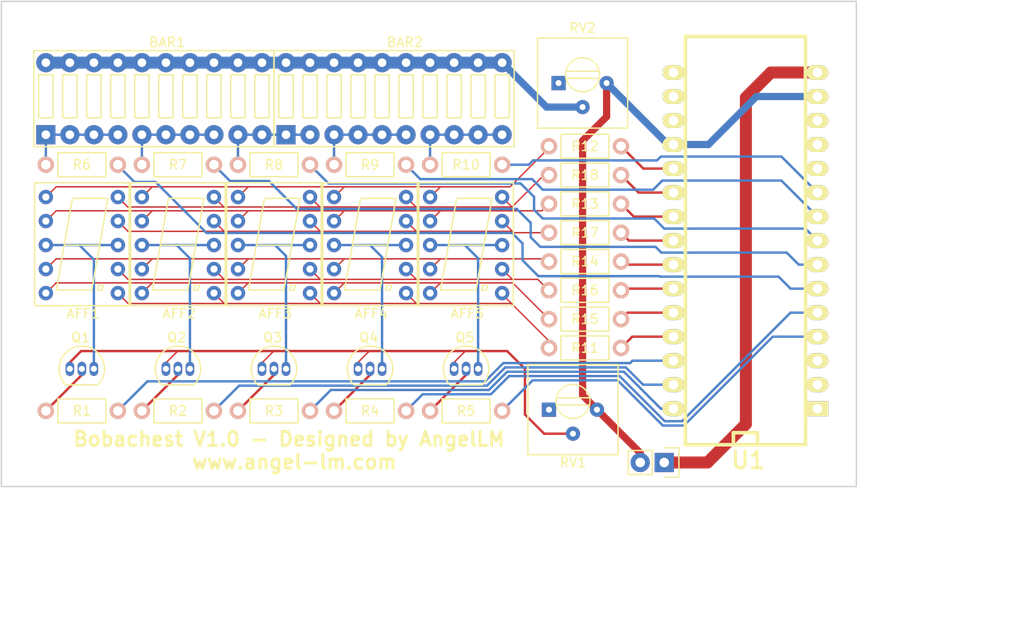
<source format=kicad_pcb>
(kicad_pcb (version 4) (host pcbnew 4.0.4+e1-6308~48~ubuntu15.10.1-stable)

  (general
    (links 123)
    (no_connects 0)
    (area 82.220999 48.692999 172.795001 100.151001)
    (thickness 1.6)
    (drawings 9)
    (tracks 342)
    (zones 0)
    (modules 38)
    (nets 57)
  )

  (page A4)
  (layers
    (0 F.Cu signal)
    (31 B.Cu signal)
    (32 B.Adhes user)
    (33 F.Adhes user)
    (34 B.Paste user)
    (35 F.Paste user)
    (36 B.SilkS user)
    (37 F.SilkS user)
    (38 B.Mask user)
    (39 F.Mask user)
    (40 Dwgs.User user)
    (41 Cmts.User user)
    (42 Eco1.User user)
    (43 Eco2.User user)
    (44 Edge.Cuts user)
    (45 Margin user)
    (46 B.CrtYd user)
    (47 F.CrtYd user)
    (48 B.Fab user)
    (49 F.Fab user hide)
  )

  (setup
    (last_trace_width 0.25)
    (user_trace_width 0.1524)
    (user_trace_width 0.254)
    (user_trace_width 0.508)
    (user_trace_width 0.762)
    (user_trace_width 1.016)
    (user_trace_width 1.27)
    (trace_clearance 0.1524)
    (zone_clearance 0.508)
    (zone_45_only no)
    (trace_min 0.1524)
    (segment_width 0.2)
    (edge_width 0.15)
    (via_size 0.6)
    (via_drill 0.4)
    (via_min_size 0.4)
    (via_min_drill 0.1524)
    (uvia_size 0.3)
    (uvia_drill 0.1)
    (uvias_allowed no)
    (uvia_min_size 0)
    (uvia_min_drill 0)
    (pcb_text_width 0.3)
    (pcb_text_size 1.5 1.5)
    (mod_edge_width 0.15)
    (mod_text_size 1 1)
    (mod_text_width 0.15)
    (pad_size 0.89916 1.50114)
    (pad_drill 0.635)
    (pad_to_mask_clearance 0.2)
    (aux_axis_origin 0 0)
    (visible_elements FFFFFF7F)
    (pcbplotparams
      (layerselection 0x010ec_80000001)
      (usegerberextensions false)
      (excludeedgelayer true)
      (linewidth 0.100000)
      (plotframeref false)
      (viasonmask false)
      (mode 1)
      (useauxorigin false)
      (hpglpennumber 1)
      (hpglpenspeed 20)
      (hpglpendiameter 15)
      (hpglpenoverlay 2)
      (psnegative false)
      (psa4output false)
      (plotreference true)
      (plotvalue false)
      (plotinvisibletext false)
      (padsonsilk false)
      (subtractmaskfromsilk false)
      (outputformat 1)
      (mirror false)
      (drillshape 0)
      (scaleselection 1)
      (outputdirectory /home/angellm/Desktop/))
  )

  (net 0 "")
  (net 1 Sg)
  (net 2 Sa)
  (net 3 Sf)
  (net 4 Sb)
  (net 5 "Net-(AFF1-Pad3)")
  (net 6 Se)
  (net 7 Sc)
  (net 8 Sd)
  (net 9 Sp)
  (net 10 "Net-(AFF2-Pad3)")
  (net 11 "Net-(AFF3-Pad3)")
  (net 12 "Net-(AFF4-Pad3)")
  (net 13 "Net-(AFF5-Pad3)")
  (net 14 "Net-(BAR1-Pad1)")
  (net 15 "Net-(BAR1-Pad11)")
  (net 16 "Net-(BAR1-Pad5)")
  (net 17 "Net-(BAR1-Pad10)")
  (net 18 "Net-(BAR2-Pad3)")
  (net 19 "Net-(BAR2-Pad10)")
  (net 20 "Net-(Q1-Pad2)")
  (net 21 "Net-(Q1-Pad1)")
  (net 22 "Net-(Q2-Pad2)")
  (net 23 "Net-(Q3-Pad2)")
  (net 24 "Net-(Q4-Pad2)")
  (net 25 "Net-(Q5-Pad2)")
  (net 26 S1)
  (net 27 S2)
  (net 28 S3)
  (net 29 S4)
  (net 30 S5)
  (net 31 B1)
  (net 32 B2)
  (net 33 B3)
  (net 34 B4)
  (net 35 B5)
  (net 36 "Net-(R11-Pad2)")
  (net 37 "Net-(R12-Pad2)")
  (net 38 "Net-(R13-Pad2)")
  (net 39 "Net-(R14-Pad2)")
  (net 40 "Net-(R15-Pad2)")
  (net 41 "Net-(R16-Pad2)")
  (net 42 "Net-(R17-Pad2)")
  (net 43 "Net-(R18-Pad2)")
  (net 44 "Net-(RV1-Pad1)")
  (net 45 GND)
  (net 46 "Net-(RV2-Pad1)")
  (net 47 "Net-(U1-Pad1)")
  (net 48 "Net-(U1-Pad2)")
  (net 49 "Net-(U1-Pad3)")
  (net 50 "Net-(U1-Pad11)")
  (net 51 "Net-(U1-Pad12)")
  (net 52 "Net-(U1-Pad13)")
  (net 53 +9V)
  (net 54 "Net-(U1-Pad16)")
  (net 55 "Net-(U1-Pad17)")
  (net 56 "Net-(U1-Pad18)")

  (net_class Default "This is the default net class."
    (clearance 0.1524)
    (trace_width 0.25)
    (via_dia 0.6)
    (via_drill 0.4)
    (uvia_dia 0.3)
    (uvia_drill 0.1)
    (add_net +9V)
    (add_net B1)
    (add_net B2)
    (add_net B3)
    (add_net B4)
    (add_net B5)
    (add_net GND)
    (add_net "Net-(AFF1-Pad3)")
    (add_net "Net-(AFF2-Pad3)")
    (add_net "Net-(AFF3-Pad3)")
    (add_net "Net-(AFF4-Pad3)")
    (add_net "Net-(AFF5-Pad3)")
    (add_net "Net-(BAR1-Pad1)")
    (add_net "Net-(BAR1-Pad10)")
    (add_net "Net-(BAR1-Pad11)")
    (add_net "Net-(BAR1-Pad5)")
    (add_net "Net-(BAR2-Pad10)")
    (add_net "Net-(BAR2-Pad3)")
    (add_net "Net-(Q1-Pad1)")
    (add_net "Net-(Q1-Pad2)")
    (add_net "Net-(Q2-Pad2)")
    (add_net "Net-(Q3-Pad2)")
    (add_net "Net-(Q4-Pad2)")
    (add_net "Net-(Q5-Pad2)")
    (add_net "Net-(R11-Pad2)")
    (add_net "Net-(R12-Pad2)")
    (add_net "Net-(R13-Pad2)")
    (add_net "Net-(R14-Pad2)")
    (add_net "Net-(R15-Pad2)")
    (add_net "Net-(R16-Pad2)")
    (add_net "Net-(R17-Pad2)")
    (add_net "Net-(R18-Pad2)")
    (add_net "Net-(RV1-Pad1)")
    (add_net "Net-(RV2-Pad1)")
    (add_net "Net-(U1-Pad1)")
    (add_net "Net-(U1-Pad11)")
    (add_net "Net-(U1-Pad12)")
    (add_net "Net-(U1-Pad13)")
    (add_net "Net-(U1-Pad16)")
    (add_net "Net-(U1-Pad17)")
    (add_net "Net-(U1-Pad18)")
    (add_net "Net-(U1-Pad2)")
    (add_net "Net-(U1-Pad3)")
    (add_net S1)
    (add_net S2)
    (add_net S3)
    (add_net S4)
    (add_net S5)
    (add_net Sa)
    (add_net Sb)
    (add_net Sc)
    (add_net Sd)
    (add_net Se)
    (add_net Sf)
    (add_net Sg)
    (add_net Sp)
  )

  (module TO_SOT_Packages_THT:TO-92_Inline_Narrow_Oval (layer F.Cu) (tedit 58495A76) (tstamp 584719FC)
    (at 89.535 87.63)
    (descr "TO-92 leads in-line, narrow, oval pads, drill 0.6mm (see NXP sot054_po.pdf)")
    (tags "to-92 sc-43 sc-43a sot54 PA33 transistor")
    (path /5840716C)
    (fp_text reference Q1 (at 1.143 -3.302) (layer F.SilkS)
      (effects (font (size 1 1) (thickness 0.15)))
    )
    (fp_text value PN2222A (at 0 3) (layer F.Fab)
      (effects (font (size 1 1) (thickness 0.15)))
    )
    (fp_line (start -1.4 1.95) (end -1.4 -2.65) (layer F.CrtYd) (width 0.05))
    (fp_line (start -1.4 1.95) (end 3.95 1.95) (layer F.CrtYd) (width 0.05))
    (fp_line (start -0.43 1.7) (end 2.97 1.7) (layer F.SilkS) (width 0.15))
    (fp_arc (start 1.27 0) (end 1.27 -2.4) (angle -135) (layer F.SilkS) (width 0.15))
    (fp_arc (start 1.27 0) (end 1.27 -2.4) (angle 135) (layer F.SilkS) (width 0.15))
    (fp_line (start -1.4 -2.65) (end 3.95 -2.65) (layer F.CrtYd) (width 0.05))
    (fp_line (start 3.95 1.95) (end 3.95 -2.65) (layer F.CrtYd) (width 0.05))
    (pad 2 thru_hole oval (at 1.27 0 180) (size 0.89916 1.50114) (drill 0.635) (layers *.Cu *.Mask)
      (net 20 "Net-(Q1-Pad2)"))
    (pad 3 thru_hole oval (at 2.54 0 180) (size 0.89916 1.50114) (drill 0.635) (layers *.Cu *.Mask)
      (net 5 "Net-(AFF1-Pad3)"))
    (pad 1 thru_hole oval (at 0 0 180) (size 0.89916 1.50114) (drill 0.635) (layers *.Cu *.Mask)
      (net 21 "Net-(Q1-Pad1)"))
    (model TO_SOT_Packages_THT.3dshapes/TO-92_Inline_Narrow_Oval.wrl
      (at (xyz 0.05 0 -0.1))
      (scale (xyz 1 1 1))
      (rotate (xyz 0 0 -90))
    )
  )

  (module TO_SOT_Packages_THT:TO-92_Inline_Narrow_Oval (layer F.Cu) (tedit 58495A0E) (tstamp 58471A18)
    (at 130.175 87.63)
    (descr "TO-92 leads in-line, narrow, oval pads, drill 0.6mm (see NXP sot054_po.pdf)")
    (tags "to-92 sc-43 sc-43a sot54 PA33 transistor")
    (path /58408452)
    (fp_text reference Q5 (at 1.143 -3.302) (layer F.SilkS)
      (effects (font (size 1 1) (thickness 0.15)))
    )
    (fp_text value PN2222A (at 0 3) (layer F.Fab)
      (effects (font (size 1 1) (thickness 0.15)))
    )
    (fp_line (start -1.4 1.95) (end -1.4 -2.65) (layer F.CrtYd) (width 0.05))
    (fp_line (start -1.4 1.95) (end 3.95 1.95) (layer F.CrtYd) (width 0.05))
    (fp_line (start -0.43 1.7) (end 2.97 1.7) (layer F.SilkS) (width 0.15))
    (fp_arc (start 1.27 0) (end 1.27 -2.4) (angle -135) (layer F.SilkS) (width 0.15))
    (fp_arc (start 1.27 0) (end 1.27 -2.4) (angle 135) (layer F.SilkS) (width 0.15))
    (fp_line (start -1.4 -2.65) (end 3.95 -2.65) (layer F.CrtYd) (width 0.05))
    (fp_line (start 3.95 1.95) (end 3.95 -2.65) (layer F.CrtYd) (width 0.05))
    (pad 2 thru_hole oval (at 1.27 0 180) (size 0.89916 1.50114) (drill 0.635) (layers *.Cu *.Mask)
      (net 25 "Net-(Q5-Pad2)"))
    (pad 3 thru_hole oval (at 2.54 0 180) (size 0.89916 1.50114) (drill 0.635) (layers *.Cu *.Mask)
      (net 13 "Net-(AFF5-Pad3)"))
    (pad 1 thru_hole oval (at 0 0 180) (size 0.89916 1.50114) (drill 0.635) (layers *.Cu *.Mask)
      (net 21 "Net-(Q1-Pad1)"))
    (model TO_SOT_Packages_THT.3dshapes/TO-92_Inline_Narrow_Oval.wrl
      (at (xyz 0.05 0 -0.1))
      (scale (xyz 1 1 1))
      (rotate (xyz 0 0 -90))
    )
  )

  (module Potentiometer_Trimmer-Suntan-TSR-3386P (layer F.Cu) (tedit 5848CD6C) (tstamp 584AC384)
    (at 140.208 91.948)
    (path /5847B2F1)
    (fp_text reference RV1 (at 2.54 5.588) (layer F.SilkS)
      (effects (font (size 1 1) (thickness 0.15)))
    )
    (fp_text value POT (at 2.54 6.096) (layer F.Fab)
      (effects (font (size 1 1) (thickness 0.15)))
    )
    (fp_line (start 0.84 -1.255) (end 4.24 -1.255) (layer F.SilkS) (width 0.15))
    (fp_line (start 0.84 -0.495) (end 4.24 -0.495) (layer F.SilkS) (width 0.15))
    (fp_line (start -2.225 -4.765) (end 7.305 -4.765) (layer F.SilkS) (width 0.15))
    (fp_line (start 7.305 -4.765) (end 7.305 4.765) (layer F.SilkS) (width 0.15))
    (fp_line (start 7.305 4.765) (end -2.225 4.765) (layer F.SilkS) (width 0.15))
    (fp_line (start -2.225 4.765) (end -2.225 -4.765) (layer F.SilkS) (width 0.15))
    (fp_circle (center 2.54 -0.875) (end 4.115 0) (layer F.SilkS) (width 0.15))
    (pad 3 thru_hole circle (at 5.08 0) (size 1.51 1.51) (drill 0.635) (layers *.Cu *.Mask)
      (net 45 GND))
    (pad 1 thru_hole rect (at 0 0) (size 1.51 1.51) (drill 0.635) (layers *.Cu *.Mask)
      (net 44 "Net-(RV1-Pad1)"))
    (pad 2 thru_hole circle (at 2.54 2.54) (size 1.51 1.51) (drill 0.635) (layers *.Cu *.Mask)
      (net 21 "Net-(Q1-Pad1)"))
    (model /home/angellm/repos/SWElectronics/bobachest/extra/Trimpot.wrl
      (at (xyz 0.1 0.033 0.19))
      (scale (xyz 0.393701 0.393701 0.393701))
      (rotate (xyz 180 0 90))
    )
  )

  (module arduino:arduino_mini (layer F.Cu) (tedit 5848D139) (tstamp 58471AB4)
    (at 160.9852 72.7964 90)
    (descr "30 pins DIL package, elliptical pads, width 600mil (arduino mini)")
    (tags "DIL arduino mini")
    (path /5840EEB7)
    (fp_text reference U1 (at -24.4856 0.3048 180) (layer F.SilkS)
      (effects (font (size 1.778 1.778) (thickness 0.3048)))
    )
    (fp_text value arduino_mini (at -0.635 3.175 90) (layer F.SilkS) hide
      (effects (font (size 1.778 1.778) (thickness 0.3048)))
    )
    (fp_line (start -22.86 -6.35) (end 20.32 -6.35) (layer F.SilkS) (width 0.381))
    (fp_line (start 20.32 -6.35) (end 20.32 6.35) (layer F.SilkS) (width 0.381))
    (fp_line (start 20.32 6.35) (end -22.86 6.35) (layer F.SilkS) (width 0.381))
    (fp_line (start -22.86 6.35) (end -22.86 -6.35) (layer F.SilkS) (width 0.381))
    (fp_line (start -22.86 1.27) (end -21.59 1.27) (layer F.SilkS) (width 0.381))
    (fp_line (start -21.59 1.27) (end -21.59 -1.27) (layer F.SilkS) (width 0.381))
    (fp_line (start -21.59 -1.27) (end -22.86 -1.27) (layer F.SilkS) (width 0.381))
    (pad 1 thru_hole rect (at -19.05 7.62 90) (size 1.5748 2.286) (drill 1.016) (layers *.Cu *.Mask F.SilkS)
      (net 47 "Net-(U1-Pad1)"))
    (pad 2 thru_hole oval (at -16.51 7.62 90) (size 1.5748 2.286) (drill 1.016) (layers *.Cu *.Mask F.SilkS)
      (net 48 "Net-(U1-Pad2)"))
    (pad 3 thru_hole oval (at -13.97 7.62 90) (size 1.5748 2.286) (drill 1.016) (layers *.Cu *.Mask F.SilkS)
      (net 49 "Net-(U1-Pad3)"))
    (pad 4 thru_hole oval (at -11.43 7.62 90) (size 1.5748 2.286) (drill 1.016) (layers *.Cu *.Mask F.SilkS)
      (net 30 S5))
    (pad 5 thru_hole oval (at -8.89 7.62 90) (size 1.5748 2.286) (drill 1.016) (layers *.Cu *.Mask F.SilkS)
      (net 29 S4))
    (pad 6 thru_hole oval (at -6.35 7.62 90) (size 1.5748 2.286) (drill 1.016) (layers *.Cu *.Mask F.SilkS)
      (net 31 B1))
    (pad 7 thru_hole oval (at -3.81 7.62 90) (size 1.5748 2.286) (drill 1.016) (layers *.Cu *.Mask F.SilkS)
      (net 32 B2))
    (pad 8 thru_hole oval (at -1.27 7.62 90) (size 1.5748 2.286) (drill 1.016) (layers *.Cu *.Mask F.SilkS)
      (net 33 B3))
    (pad 9 thru_hole oval (at 1.27 7.62 90) (size 1.5748 2.286) (drill 1.016) (layers *.Cu *.Mask F.SilkS)
      (net 34 B4))
    (pad 10 thru_hole oval (at 3.81 7.62 90) (size 1.5748 2.286) (drill 1.016) (layers *.Cu *.Mask F.SilkS)
      (net 35 B5))
    (pad 11 thru_hole oval (at 6.35 7.62 90) (size 1.5748 2.286) (drill 1.016) (layers *.Cu *.Mask F.SilkS)
      (net 50 "Net-(U1-Pad11)"))
    (pad 12 thru_hole oval (at 8.89 7.62 90) (size 1.5748 2.286) (drill 1.016) (layers *.Cu *.Mask F.SilkS)
      (net 51 "Net-(U1-Pad12)"))
    (pad 13 thru_hole oval (at 11.43 7.62 90) (size 1.5748 2.286) (drill 1.016) (layers *.Cu *.Mask F.SilkS)
      (net 52 "Net-(U1-Pad13)"))
    (pad 14 thru_hole oval (at 13.97 7.62 90) (size 1.5748 2.286) (drill 1.016) (layers *.Cu *.Mask F.SilkS)
      (net 45 GND))
    (pad 15 thru_hole oval (at 16.51 7.62 90) (size 1.5748 2.286) (drill 1.016) (layers *.Cu *.Mask F.SilkS)
      (net 53 +9V))
    (pad 16 thru_hole oval (at 16.51 -7.62 90) (size 1.5748 2.286) (drill 1.016) (layers *.Cu *.Mask F.SilkS)
      (net 54 "Net-(U1-Pad16)"))
    (pad 17 thru_hole oval (at 13.97 -7.62 90) (size 1.5748 2.286) (drill 1.016) (layers *.Cu *.Mask F.SilkS)
      (net 55 "Net-(U1-Pad17)"))
    (pad 18 thru_hole oval (at 11.43 -7.62 90) (size 1.5748 2.286) (drill 1.016) (layers *.Cu *.Mask F.SilkS)
      (net 56 "Net-(U1-Pad18)"))
    (pad 19 thru_hole oval (at 8.89 -7.62 90) (size 1.5748 2.286) (drill 1.016) (layers *.Cu *.Mask F.SilkS)
      (net 45 GND))
    (pad 20 thru_hole oval (at 6.35 -7.62 90) (size 1.5748 2.286) (drill 1.016) (layers *.Cu *.Mask F.SilkS)
      (net 37 "Net-(R12-Pad2)"))
    (pad 21 thru_hole oval (at 3.81 -7.62 90) (size 1.5748 2.286) (drill 1.016) (layers *.Cu *.Mask F.SilkS)
      (net 43 "Net-(R18-Pad2)"))
    (pad 22 thru_hole oval (at 1.27 -7.62 90) (size 1.5748 2.286) (drill 1.016) (layers *.Cu *.Mask F.SilkS)
      (net 38 "Net-(R13-Pad2)"))
    (pad 23 thru_hole oval (at -1.27 -7.62 90) (size 1.5748 2.286) (drill 1.016) (layers *.Cu *.Mask F.SilkS)
      (net 42 "Net-(R17-Pad2)"))
    (pad 24 thru_hole oval (at -3.81 -7.62 90) (size 1.5748 2.286) (drill 1.016) (layers *.Cu *.Mask F.SilkS)
      (net 39 "Net-(R14-Pad2)"))
    (pad 25 thru_hole oval (at -6.35 -7.62 90) (size 1.5748 2.286) (drill 1.016) (layers *.Cu *.Mask F.SilkS)
      (net 41 "Net-(R16-Pad2)"))
    (pad 26 thru_hole oval (at -8.89 -7.62 90) (size 1.5748 2.286) (drill 1.016) (layers *.Cu *.Mask F.SilkS)
      (net 40 "Net-(R15-Pad2)"))
    (pad 27 thru_hole oval (at -11.43 -7.62 90) (size 1.5748 2.286) (drill 1.016) (layers *.Cu *.Mask F.SilkS)
      (net 36 "Net-(R11-Pad2)"))
    (pad 28 thru_hole oval (at -13.97 -7.62 90) (size 1.5748 2.286) (drill 1.016) (layers *.Cu *.Mask F.SilkS)
      (net 26 S1))
    (pad 29 thru_hole oval (at -16.51 -7.62 90) (size 1.5748 2.286) (drill 1.016) (layers *.Cu *.Mask F.SilkS)
      (net 27 S2))
    (pad 30 thru_hole oval (at -19.05 -7.62 90) (size 1.5748 2.286) (drill 1.016) (layers *.Cu *.Mask F.SilkS)
      (net 28 S3))
    (model /home/angellm/repos/SWElectronics/bobachest/extra/ArduinoNano.wrl
      (at (xyz 0 0 0.08))
      (scale (xyz 1 1 1))
      (rotate (xyz -90 0 90))
    )
  )

  (module TO_SOT_Packages_THT:TO-92_Inline_Narrow_Oval (layer F.Cu) (tedit 58495A68) (tstamp 58471A03)
    (at 99.695 87.63)
    (descr "TO-92 leads in-line, narrow, oval pads, drill 0.6mm (see NXP sot054_po.pdf)")
    (tags "to-92 sc-43 sc-43a sot54 PA33 transistor")
    (path /58407ABA)
    (fp_text reference Q2 (at 1.143 -3.302) (layer F.SilkS)
      (effects (font (size 1 1) (thickness 0.15)))
    )
    (fp_text value PN2222A (at 0 3) (layer F.Fab)
      (effects (font (size 1 1) (thickness 0.15)))
    )
    (fp_line (start -1.4 1.95) (end -1.4 -2.65) (layer F.CrtYd) (width 0.05))
    (fp_line (start -1.4 1.95) (end 3.95 1.95) (layer F.CrtYd) (width 0.05))
    (fp_line (start -0.43 1.7) (end 2.97 1.7) (layer F.SilkS) (width 0.15))
    (fp_arc (start 1.27 0) (end 1.27 -2.4) (angle -135) (layer F.SilkS) (width 0.15))
    (fp_arc (start 1.27 0) (end 1.27 -2.4) (angle 135) (layer F.SilkS) (width 0.15))
    (fp_line (start -1.4 -2.65) (end 3.95 -2.65) (layer F.CrtYd) (width 0.05))
    (fp_line (start 3.95 1.95) (end 3.95 -2.65) (layer F.CrtYd) (width 0.05))
    (pad 2 thru_hole oval (at 1.27 0 180) (size 0.89916 1.50114) (drill 0.635) (layers *.Cu *.Mask)
      (net 22 "Net-(Q2-Pad2)"))
    (pad 3 thru_hole oval (at 2.54 0 180) (size 0.89916 1.50114) (drill 0.635) (layers *.Cu *.Mask)
      (net 10 "Net-(AFF2-Pad3)"))
    (pad 1 thru_hole oval (at 0 0 180) (size 0.89916 1.50114) (drill 0.635) (layers *.Cu *.Mask)
      (net 21 "Net-(Q1-Pad1)"))
    (model TO_SOT_Packages_THT.3dshapes/TO-92_Inline_Narrow_Oval.wrl
      (at (xyz 0.05 0 -0.1))
      (scale (xyz 1 1 1))
      (rotate (xyz 0 0 -90))
    )
  )

  (module TO_SOT_Packages_THT:TO-92_Inline_Narrow_Oval (layer F.Cu) (tedit 58495A45) (tstamp 58471A0A)
    (at 109.855 87.63)
    (descr "TO-92 leads in-line, narrow, oval pads, drill 0.6mm (see NXP sot054_po.pdf)")
    (tags "to-92 sc-43 sc-43a sot54 PA33 transistor")
    (path /58407CCA)
    (fp_text reference Q3 (at 1.143 -3.302) (layer F.SilkS)
      (effects (font (size 1 1) (thickness 0.15)))
    )
    (fp_text value PN2222A (at 0 3) (layer F.Fab)
      (effects (font (size 1 1) (thickness 0.15)))
    )
    (fp_line (start -1.4 1.95) (end -1.4 -2.65) (layer F.CrtYd) (width 0.05))
    (fp_line (start -1.4 1.95) (end 3.95 1.95) (layer F.CrtYd) (width 0.05))
    (fp_line (start -0.43 1.7) (end 2.97 1.7) (layer F.SilkS) (width 0.15))
    (fp_arc (start 1.27 0) (end 1.27 -2.4) (angle -135) (layer F.SilkS) (width 0.15))
    (fp_arc (start 1.27 0) (end 1.27 -2.4) (angle 135) (layer F.SilkS) (width 0.15))
    (fp_line (start -1.4 -2.65) (end 3.95 -2.65) (layer F.CrtYd) (width 0.05))
    (fp_line (start 3.95 1.95) (end 3.95 -2.65) (layer F.CrtYd) (width 0.05))
    (pad 2 thru_hole oval (at 1.27 0 180) (size 0.89916 1.50114) (drill 0.635) (layers *.Cu *.Mask)
      (net 23 "Net-(Q3-Pad2)"))
    (pad 3 thru_hole oval (at 2.54 0 180) (size 0.89916 1.50114) (drill 0.635) (layers *.Cu *.Mask)
      (net 11 "Net-(AFF3-Pad3)"))
    (pad 1 thru_hole oval (at 0 0 180) (size 0.89916 1.50114) (drill 0.635) (layers *.Cu *.Mask)
      (net 21 "Net-(Q1-Pad1)"))
    (model TO_SOT_Packages_THT.3dshapes/TO-92_Inline_Narrow_Oval.wrl
      (at (xyz 0.05 0 -0.1))
      (scale (xyz 1 1 1))
      (rotate (xyz 0 0 -90))
    )
  )

  (module TO_SOT_Packages_THT:TO-92_Inline_Narrow_Oval (layer F.Cu) (tedit 58495A38) (tstamp 58471A11)
    (at 120.015 87.63)
    (descr "TO-92 leads in-line, narrow, oval pads, drill 0.6mm (see NXP sot054_po.pdf)")
    (tags "to-92 sc-43 sc-43a sot54 PA33 transistor")
    (path /584080AE)
    (fp_text reference Q4 (at 1.143 -3.302) (layer F.SilkS)
      (effects (font (size 1 1) (thickness 0.15)))
    )
    (fp_text value PN2222A (at 0 3) (layer F.Fab)
      (effects (font (size 1 1) (thickness 0.15)))
    )
    (fp_line (start -1.4 1.95) (end -1.4 -2.65) (layer F.CrtYd) (width 0.05))
    (fp_line (start -1.4 1.95) (end 3.95 1.95) (layer F.CrtYd) (width 0.05))
    (fp_line (start -0.43 1.7) (end 2.97 1.7) (layer F.SilkS) (width 0.15))
    (fp_arc (start 1.27 0) (end 1.27 -2.4) (angle -135) (layer F.SilkS) (width 0.15))
    (fp_arc (start 1.27 0) (end 1.27 -2.4) (angle 135) (layer F.SilkS) (width 0.15))
    (fp_line (start -1.4 -2.65) (end 3.95 -2.65) (layer F.CrtYd) (width 0.05))
    (fp_line (start 3.95 1.95) (end 3.95 -2.65) (layer F.CrtYd) (width 0.05))
    (pad 2 thru_hole oval (at 1.27 0 180) (size 0.89916 1.50114) (drill 0.635) (layers *.Cu *.Mask)
      (net 24 "Net-(Q4-Pad2)"))
    (pad 3 thru_hole oval (at 2.54 0 180) (size 0.89916 1.50114) (drill 0.635) (layers *.Cu *.Mask)
      (net 12 "Net-(AFF4-Pad3)"))
    (pad 1 thru_hole oval (at 0 0 180) (size 0.89916 1.50114) (drill 0.635) (layers *.Cu *.Mask)
      (net 21 "Net-(Q1-Pad1)"))
    (model TO_SOT_Packages_THT.3dshapes/TO-92_Inline_Narrow_Oval.wrl
      (at (xyz 0.05 0 -0.1))
      (scale (xyz 1 1 1))
      (rotate (xyz 0 0 -90))
    )
  )

  (module 7Segment:7Segment9.9 (layer F.Cu) (tedit 5848CDBB) (tstamp 584719A9)
    (at 111.125 83.947)
    (path /58407CBB)
    (fp_text reference AFF3 (at 0.127 -2.159) (layer F.SilkS)
      (effects (font (size 1 1) (thickness 0.15)))
    )
    (fp_text value 7SEGMENTS (at 0 -0.5) (layer F.Fab)
      (effects (font (size 1 1) (thickness 0.15)))
    )
    (fp_line (start 1.65 -4.65) (end 2.15 -4.65) (layer F.SilkS) (width 0.15))
    (fp_line (start 1.65 -4.65) (end 1.75 -5.15) (layer F.SilkS) (width 0.15))
    (fp_line (start 2.15 -4.65) (end 2.25 -5.15) (layer F.SilkS) (width 0.15))
    (fp_line (start 1.75 -5.15) (end 2.25 -5.15) (layer F.SilkS) (width 0.15))
    (fp_line (start -2.7 -4.65) (end -1 -14.35) (layer F.SilkS) (width 0.15))
    (fp_line (start 2.75 -14.35) (end 1.05 -4.65) (layer F.SilkS) (width 0.15))
    (fp_line (start 1.05 -4.65) (end -2.7 -4.65) (layer F.SilkS) (width 0.15))
    (fp_line (start -1 -14.35) (end 2.75 -14.35) (layer F.SilkS) (width 0.15))
    (fp_line (start -1.778 -9.398) (end 1.778 -9.398) (layer F.SilkS) (width 0.15))
    (fp_line (start -5 -3) (end 5 -3) (layer F.SilkS) (width 0.15))
    (fp_line (start 5 -3) (end 5 -16) (layer F.SilkS) (width 0.15))
    (fp_line (start 5 -16) (end -5 -16) (layer F.SilkS) (width 0.15))
    (fp_line (start -5 -16) (end -5 -3) (layer F.SilkS) (width 0.15))
    (pad 1 thru_hole circle (at -3.81 -14.49) (size 1.524 1.524) (drill 0.762) (layers *.Cu *.Mask)
      (net 1 Sg))
    (pad 10 thru_hole circle (at 3.81 -14.49) (size 1.524 1.524) (drill 0.762) (layers *.Cu *.Mask)
      (net 2 Sa))
    (pad 2 thru_hole circle (at -3.81 -11.95) (size 1.524 1.524) (drill 0.762) (layers *.Cu *.Mask)
      (net 3 Sf))
    (pad 9 thru_hole circle (at 3.81 -11.95) (size 1.524 1.524) (drill 0.762) (layers *.Cu *.Mask)
      (net 4 Sb))
    (pad 3 thru_hole circle (at -3.81 -9.41) (size 1.524 1.524) (drill 0.762) (layers *.Cu *.Mask)
      (net 11 "Net-(AFF3-Pad3)"))
    (pad 8 thru_hole circle (at 3.81 -9.41) (size 1.524 1.524) (drill 0.762) (layers *.Cu *.Mask)
      (net 11 "Net-(AFF3-Pad3)"))
    (pad 4 thru_hole circle (at -3.81 -6.87) (size 1.524 1.524) (drill 0.762) (layers *.Cu *.Mask)
      (net 6 Se))
    (pad 7 thru_hole circle (at 3.81 -6.87) (size 1.524 1.524) (drill 0.762) (layers *.Cu *.Mask)
      (net 7 Sc))
    (pad 5 thru_hole circle (at -3.81 -4.33) (size 1.524 1.524) (drill 0.762) (layers *.Cu *.Mask)
      (net 8 Sd))
    (pad 6 thru_hole circle (at 3.81 -4.33) (size 1.524 1.524) (drill 0.762) (layers *.Cu *.Mask)
      (net 9 Sp))
    (model /home/angellm/repos/SWElectronics/bobachest/extra/7Segm.wrl
      (at (xyz 0 0.37 0.275591))
      (scale (xyz 0.393701 0.393701 0.393701))
      (rotate (xyz 0 0 0))
    )
  )

  (module 7Segment:7Segment9.9 (layer F.Cu) (tedit 5848CDD5) (tstamp 584719C5)
    (at 131.445 83.947)
    (path /58408443)
    (fp_text reference AFF5 (at 0.127 -2.159) (layer F.SilkS)
      (effects (font (size 1 1) (thickness 0.15)))
    )
    (fp_text value 7SEGMENTS (at 0 -0.5) (layer F.Fab)
      (effects (font (size 1 1) (thickness 0.15)))
    )
    (fp_line (start 1.65 -4.65) (end 2.15 -4.65) (layer F.SilkS) (width 0.15))
    (fp_line (start 1.65 -4.65) (end 1.75 -5.15) (layer F.SilkS) (width 0.15))
    (fp_line (start 2.15 -4.65) (end 2.25 -5.15) (layer F.SilkS) (width 0.15))
    (fp_line (start 1.75 -5.15) (end 2.25 -5.15) (layer F.SilkS) (width 0.15))
    (fp_line (start -2.7 -4.65) (end -1 -14.35) (layer F.SilkS) (width 0.15))
    (fp_line (start 2.75 -14.35) (end 1.05 -4.65) (layer F.SilkS) (width 0.15))
    (fp_line (start 1.05 -4.65) (end -2.7 -4.65) (layer F.SilkS) (width 0.15))
    (fp_line (start -1 -14.35) (end 2.75 -14.35) (layer F.SilkS) (width 0.15))
    (fp_line (start -1.778 -9.398) (end 1.778 -9.398) (layer F.SilkS) (width 0.15))
    (fp_line (start -5 -3) (end 5 -3) (layer F.SilkS) (width 0.15))
    (fp_line (start 5 -3) (end 5 -16) (layer F.SilkS) (width 0.15))
    (fp_line (start 5 -16) (end -5 -16) (layer F.SilkS) (width 0.15))
    (fp_line (start -5 -16) (end -5 -3) (layer F.SilkS) (width 0.15))
    (pad 1 thru_hole circle (at -3.81 -14.49) (size 1.524 1.524) (drill 0.762) (layers *.Cu *.Mask)
      (net 1 Sg))
    (pad 10 thru_hole circle (at 3.81 -14.49) (size 1.524 1.524) (drill 0.762) (layers *.Cu *.Mask)
      (net 2 Sa))
    (pad 2 thru_hole circle (at -3.81 -11.95) (size 1.524 1.524) (drill 0.762) (layers *.Cu *.Mask)
      (net 3 Sf))
    (pad 9 thru_hole circle (at 3.81 -11.95) (size 1.524 1.524) (drill 0.762) (layers *.Cu *.Mask)
      (net 4 Sb))
    (pad 3 thru_hole circle (at -3.81 -9.41) (size 1.524 1.524) (drill 0.762) (layers *.Cu *.Mask)
      (net 13 "Net-(AFF5-Pad3)"))
    (pad 8 thru_hole circle (at 3.81 -9.41) (size 1.524 1.524) (drill 0.762) (layers *.Cu *.Mask)
      (net 13 "Net-(AFF5-Pad3)"))
    (pad 4 thru_hole circle (at -3.81 -6.87) (size 1.524 1.524) (drill 0.762) (layers *.Cu *.Mask)
      (net 6 Se))
    (pad 7 thru_hole circle (at 3.81 -6.87) (size 1.524 1.524) (drill 0.762) (layers *.Cu *.Mask)
      (net 7 Sc))
    (pad 5 thru_hole circle (at -3.81 -4.33) (size 1.524 1.524) (drill 0.762) (layers *.Cu *.Mask)
      (net 8 Sd))
    (pad 6 thru_hole circle (at 3.81 -4.33) (size 1.524 1.524) (drill 0.762) (layers *.Cu *.Mask)
      (net 9 Sp))
    (model /home/angellm/repos/SWElectronics/bobachest/extra/7Segm.wrl
      (at (xyz 0 0.37 0.275591))
      (scale (xyz 0.393701 0.393701 0.393701))
      (rotate (xyz 0 0 0))
    )
  )

  (module 7Segment:7Segment9.9 (layer F.Cu) (tedit 5848CDCB) (tstamp 584719B7)
    (at 121.285 83.947)
    (path /5840809F)
    (fp_text reference AFF4 (at 0.127 -2.159) (layer F.SilkS)
      (effects (font (size 1 1) (thickness 0.15)))
    )
    (fp_text value 7SEGMENTS (at 0 -0.5) (layer F.Fab)
      (effects (font (size 1 1) (thickness 0.15)))
    )
    (fp_line (start 1.65 -4.65) (end 2.15 -4.65) (layer F.SilkS) (width 0.15))
    (fp_line (start 1.65 -4.65) (end 1.75 -5.15) (layer F.SilkS) (width 0.15))
    (fp_line (start 2.15 -4.65) (end 2.25 -5.15) (layer F.SilkS) (width 0.15))
    (fp_line (start 1.75 -5.15) (end 2.25 -5.15) (layer F.SilkS) (width 0.15))
    (fp_line (start -2.7 -4.65) (end -1 -14.35) (layer F.SilkS) (width 0.15))
    (fp_line (start 2.75 -14.35) (end 1.05 -4.65) (layer F.SilkS) (width 0.15))
    (fp_line (start 1.05 -4.65) (end -2.7 -4.65) (layer F.SilkS) (width 0.15))
    (fp_line (start -1 -14.35) (end 2.75 -14.35) (layer F.SilkS) (width 0.15))
    (fp_line (start -1.778 -9.398) (end 1.778 -9.398) (layer F.SilkS) (width 0.15))
    (fp_line (start -5 -3) (end 5 -3) (layer F.SilkS) (width 0.15))
    (fp_line (start 5 -3) (end 5 -16) (layer F.SilkS) (width 0.15))
    (fp_line (start 5 -16) (end -5 -16) (layer F.SilkS) (width 0.15))
    (fp_line (start -5 -16) (end -5 -3) (layer F.SilkS) (width 0.15))
    (pad 1 thru_hole circle (at -3.81 -14.49) (size 1.524 1.524) (drill 0.762) (layers *.Cu *.Mask)
      (net 1 Sg))
    (pad 10 thru_hole circle (at 3.81 -14.49) (size 1.524 1.524) (drill 0.762) (layers *.Cu *.Mask)
      (net 2 Sa))
    (pad 2 thru_hole circle (at -3.81 -11.95) (size 1.524 1.524) (drill 0.762) (layers *.Cu *.Mask)
      (net 3 Sf))
    (pad 9 thru_hole circle (at 3.81 -11.95) (size 1.524 1.524) (drill 0.762) (layers *.Cu *.Mask)
      (net 4 Sb))
    (pad 3 thru_hole circle (at -3.81 -9.41) (size 1.524 1.524) (drill 0.762) (layers *.Cu *.Mask)
      (net 12 "Net-(AFF4-Pad3)"))
    (pad 8 thru_hole circle (at 3.81 -9.41) (size 1.524 1.524) (drill 0.762) (layers *.Cu *.Mask)
      (net 12 "Net-(AFF4-Pad3)"))
    (pad 4 thru_hole circle (at -3.81 -6.87) (size 1.524 1.524) (drill 0.762) (layers *.Cu *.Mask)
      (net 6 Se))
    (pad 7 thru_hole circle (at 3.81 -6.87) (size 1.524 1.524) (drill 0.762) (layers *.Cu *.Mask)
      (net 7 Sc))
    (pad 5 thru_hole circle (at -3.81 -4.33) (size 1.524 1.524) (drill 0.762) (layers *.Cu *.Mask)
      (net 8 Sd))
    (pad 6 thru_hole circle (at 3.81 -4.33) (size 1.524 1.524) (drill 0.762) (layers *.Cu *.Mask)
      (net 9 Sp))
    (model /home/angellm/repos/SWElectronics/bobachest/extra/7Segm.wrl
      (at (xyz 0 0.37 0.275591))
      (scale (xyz 0.393701 0.393701 0.393701))
      (rotate (xyz 0 0 0))
    )
  )

  (module 7Segment:7Segment9.9 (layer F.Cu) (tedit 5848CDB6) (tstamp 5847199B)
    (at 100.965 83.947)
    (path /58407AAB)
    (fp_text reference AFF2 (at 0.127 -2.159) (layer F.SilkS)
      (effects (font (size 1 1) (thickness 0.15)))
    )
    (fp_text value 7SEGMENTS (at 0 -0.5) (layer F.Fab)
      (effects (font (size 1 1) (thickness 0.15)))
    )
    (fp_line (start 1.65 -4.65) (end 2.15 -4.65) (layer F.SilkS) (width 0.15))
    (fp_line (start 1.65 -4.65) (end 1.75 -5.15) (layer F.SilkS) (width 0.15))
    (fp_line (start 2.15 -4.65) (end 2.25 -5.15) (layer F.SilkS) (width 0.15))
    (fp_line (start 1.75 -5.15) (end 2.25 -5.15) (layer F.SilkS) (width 0.15))
    (fp_line (start -2.7 -4.65) (end -1 -14.35) (layer F.SilkS) (width 0.15))
    (fp_line (start 2.75 -14.35) (end 1.05 -4.65) (layer F.SilkS) (width 0.15))
    (fp_line (start 1.05 -4.65) (end -2.7 -4.65) (layer F.SilkS) (width 0.15))
    (fp_line (start -1 -14.35) (end 2.75 -14.35) (layer F.SilkS) (width 0.15))
    (fp_line (start -1.778 -9.398) (end 1.778 -9.398) (layer F.SilkS) (width 0.15))
    (fp_line (start -5 -3) (end 5 -3) (layer F.SilkS) (width 0.15))
    (fp_line (start 5 -3) (end 5 -16) (layer F.SilkS) (width 0.15))
    (fp_line (start 5 -16) (end -5 -16) (layer F.SilkS) (width 0.15))
    (fp_line (start -5 -16) (end -5 -3) (layer F.SilkS) (width 0.15))
    (pad 1 thru_hole circle (at -3.81 -14.49) (size 1.524 1.524) (drill 0.762) (layers *.Cu *.Mask)
      (net 1 Sg))
    (pad 10 thru_hole circle (at 3.81 -14.49) (size 1.524 1.524) (drill 0.762) (layers *.Cu *.Mask)
      (net 2 Sa))
    (pad 2 thru_hole circle (at -3.81 -11.95) (size 1.524 1.524) (drill 0.762) (layers *.Cu *.Mask)
      (net 3 Sf))
    (pad 9 thru_hole circle (at 3.81 -11.95) (size 1.524 1.524) (drill 0.762) (layers *.Cu *.Mask)
      (net 4 Sb))
    (pad 3 thru_hole circle (at -3.81 -9.41) (size 1.524 1.524) (drill 0.762) (layers *.Cu *.Mask)
      (net 10 "Net-(AFF2-Pad3)"))
    (pad 8 thru_hole circle (at 3.81 -9.41) (size 1.524 1.524) (drill 0.762) (layers *.Cu *.Mask)
      (net 10 "Net-(AFF2-Pad3)"))
    (pad 4 thru_hole circle (at -3.81 -6.87) (size 1.524 1.524) (drill 0.762) (layers *.Cu *.Mask)
      (net 6 Se))
    (pad 7 thru_hole circle (at 3.81 -6.87) (size 1.524 1.524) (drill 0.762) (layers *.Cu *.Mask)
      (net 7 Sc))
    (pad 5 thru_hole circle (at -3.81 -4.33) (size 1.524 1.524) (drill 0.762) (layers *.Cu *.Mask)
      (net 8 Sd))
    (pad 6 thru_hole circle (at 3.81 -4.33) (size 1.524 1.524) (drill 0.762) (layers *.Cu *.Mask)
      (net 9 Sp))
    (model /home/angellm/repos/SWElectronics/bobachest/extra/7Segm.wrl
      (at (xyz 0 0.37 0.275591))
      (scale (xyz 0.393701 0.393701 0.393701))
      (rotate (xyz 0 0 0))
    )
  )

  (module 7Segment:7Segment9.9 (layer F.Cu) (tedit 5848CDAB) (tstamp 5847198D)
    (at 90.805 83.947)
    (path /58405E92)
    (fp_text reference AFF1 (at 0.127 -2.159) (layer F.SilkS)
      (effects (font (size 1 1) (thickness 0.15)))
    )
    (fp_text value 7SEGMENTS (at 0 -0.5) (layer F.Fab)
      (effects (font (size 1 1) (thickness 0.15)))
    )
    (fp_line (start 1.65 -4.65) (end 2.15 -4.65) (layer F.SilkS) (width 0.15))
    (fp_line (start 1.65 -4.65) (end 1.75 -5.15) (layer F.SilkS) (width 0.15))
    (fp_line (start 2.15 -4.65) (end 2.25 -5.15) (layer F.SilkS) (width 0.15))
    (fp_line (start 1.75 -5.15) (end 2.25 -5.15) (layer F.SilkS) (width 0.15))
    (fp_line (start -2.7 -4.65) (end -1 -14.35) (layer F.SilkS) (width 0.15))
    (fp_line (start 2.75 -14.35) (end 1.05 -4.65) (layer F.SilkS) (width 0.15))
    (fp_line (start 1.05 -4.65) (end -2.7 -4.65) (layer F.SilkS) (width 0.15))
    (fp_line (start -1 -14.35) (end 2.75 -14.35) (layer F.SilkS) (width 0.15))
    (fp_line (start -1.778 -9.398) (end 1.778 -9.398) (layer F.SilkS) (width 0.15))
    (fp_line (start -5 -3) (end 5 -3) (layer F.SilkS) (width 0.15))
    (fp_line (start 5 -3) (end 5 -16) (layer F.SilkS) (width 0.15))
    (fp_line (start 5 -16) (end -5 -16) (layer F.SilkS) (width 0.15))
    (fp_line (start -5 -16) (end -5 -3) (layer F.SilkS) (width 0.15))
    (pad 1 thru_hole circle (at -3.81 -14.49) (size 1.524 1.524) (drill 0.762) (layers *.Cu *.Mask)
      (net 1 Sg))
    (pad 10 thru_hole circle (at 3.81 -14.49) (size 1.524 1.524) (drill 0.762) (layers *.Cu *.Mask)
      (net 2 Sa))
    (pad 2 thru_hole circle (at -3.81 -11.95) (size 1.524 1.524) (drill 0.762) (layers *.Cu *.Mask)
      (net 3 Sf))
    (pad 9 thru_hole circle (at 3.81 -11.95) (size 1.524 1.524) (drill 0.762) (layers *.Cu *.Mask)
      (net 4 Sb))
    (pad 3 thru_hole circle (at -3.81 -9.41) (size 1.524 1.524) (drill 0.762) (layers *.Cu *.Mask)
      (net 5 "Net-(AFF1-Pad3)"))
    (pad 8 thru_hole circle (at 3.81 -9.41) (size 1.524 1.524) (drill 0.762) (layers *.Cu *.Mask)
      (net 5 "Net-(AFF1-Pad3)"))
    (pad 4 thru_hole circle (at -3.81 -6.87) (size 1.524 1.524) (drill 0.762) (layers *.Cu *.Mask)
      (net 6 Se))
    (pad 7 thru_hole circle (at 3.81 -6.87) (size 1.524 1.524) (drill 0.762) (layers *.Cu *.Mask)
      (net 7 Sc))
    (pad 5 thru_hole circle (at -3.81 -4.33) (size 1.524 1.524) (drill 0.762) (layers *.Cu *.Mask)
      (net 8 Sd))
    (pad 6 thru_hole circle (at 3.81 -4.33) (size 1.524 1.524) (drill 0.762) (layers *.Cu *.Mask)
      (net 9 Sp))
    (model /home/angellm/repos/SWElectronics/bobachest/extra/7Segm.wrl
      (at (xyz 0 0.37 0.275591))
      (scale (xyz 0.393701 0.393701 0.393701))
      (rotate (xyz 0 0 0))
    )
  )

  (module Pin_Headers:Pin_Header_Straight_1x02 (layer F.Cu) (tedit 5848D543) (tstamp 58481668)
    (at 152.4 97.536 270)
    (descr "Through hole pin header")
    (tags "pin header")
    (path /5848B695)
    (fp_text reference P1 (at 0 -2.54 270) (layer F.SilkS) hide
      (effects (font (size 1 1) (thickness 0.15)))
    )
    (fp_text value CONN_01X02 (at 0 -3.1 270) (layer F.Fab) hide
      (effects (font (size 1 1) (thickness 0.15)))
    )
    (fp_line (start 1.27 1.27) (end 1.27 3.81) (layer F.SilkS) (width 0.15))
    (fp_line (start 1.55 -1.55) (end 1.55 0) (layer F.SilkS) (width 0.15))
    (fp_line (start -1.75 -1.75) (end -1.75 4.3) (layer F.CrtYd) (width 0.05))
    (fp_line (start 1.75 -1.75) (end 1.75 4.3) (layer F.CrtYd) (width 0.05))
    (fp_line (start -1.75 -1.75) (end 1.75 -1.75) (layer F.CrtYd) (width 0.05))
    (fp_line (start -1.75 4.3) (end 1.75 4.3) (layer F.CrtYd) (width 0.05))
    (fp_line (start 1.27 1.27) (end -1.27 1.27) (layer F.SilkS) (width 0.15))
    (fp_line (start -1.55 0) (end -1.55 -1.55) (layer F.SilkS) (width 0.15))
    (fp_line (start -1.55 -1.55) (end 1.55 -1.55) (layer F.SilkS) (width 0.15))
    (fp_line (start -1.27 1.27) (end -1.27 3.81) (layer F.SilkS) (width 0.15))
    (fp_line (start -1.27 3.81) (end 1.27 3.81) (layer F.SilkS) (width 0.15))
    (pad 1 thru_hole rect (at 0 0 270) (size 2.032 2.032) (drill 1.016) (layers *.Cu *.Mask)
      (net 53 +9V))
    (pad 2 thru_hole oval (at 0 2.54 270) (size 2.032 2.032) (drill 1.016) (layers *.Cu *.Mask)
      (net 45 GND))
  )

  (module Mounting_Holes:MountingHole_2.2mm_M2 (layer F.Cu) (tedit 5848CD3E) (tstamp 5849458C)
    (at 84.836 51.308)
    (descr "Mounting Hole 2.2mm, no annular, M2")
    (tags "mounting hole 2.2mm no annular m2")
    (fp_text reference REF** (at 0 -3.2) (layer F.SilkS) hide
      (effects (font (size 1 1) (thickness 0.15)))
    )
    (fp_text value MountingHole_2.2mm_M2 (at 0 3.2) (layer F.Fab)
      (effects (font (size 1 1) (thickness 0.15)))
    )
    (fp_circle (center 0 0) (end 2.2 0) (layer Cmts.User) (width 0.15))
    (fp_circle (center 0 0) (end 2.45 0) (layer F.CrtYd) (width 0.05))
    (pad 1 np_thru_hole circle (at 0 0) (size 2.2 2.2) (drill 2.2) (layers *.Cu *.Mask))
  )

  (module Mounting_Holes:MountingHole_2.2mm_M2 (layer F.Cu) (tedit 5848CD4A) (tstamp 584945A2)
    (at 84.836 97.536)
    (descr "Mounting Hole 2.2mm, no annular, M2")
    (tags "mounting hole 2.2mm no annular m2")
    (fp_text reference REF** (at 0 -3.2) (layer F.SilkS) hide
      (effects (font (size 1 1) (thickness 0.15)))
    )
    (fp_text value MountingHole_2.2mm_M2 (at 0 3.2) (layer F.Fab)
      (effects (font (size 1 1) (thickness 0.15)))
    )
    (fp_circle (center 0 0) (end 2.2 0) (layer Cmts.User) (width 0.15))
    (fp_circle (center 0 0) (end 2.45 0) (layer F.CrtYd) (width 0.05))
    (pad 1 np_thru_hole circle (at 0 0) (size 2.2 2.2) (drill 2.2) (layers *.Cu *.Mask))
  )

  (module Mounting_Holes:MountingHole_2.2mm_M2 (layer F.Cu) (tedit 5848CD43) (tstamp 584945A9)
    (at 170.18 51.308)
    (descr "Mounting Hole 2.2mm, no annular, M2")
    (tags "mounting hole 2.2mm no annular m2")
    (fp_text reference REF** (at 0 -3.2) (layer F.SilkS) hide
      (effects (font (size 1 1) (thickness 0.15)))
    )
    (fp_text value MountingHole_2.2mm_M2 (at 0 3.2) (layer F.Fab)
      (effects (font (size 1 1) (thickness 0.15)))
    )
    (fp_circle (center 0 0) (end 2.2 0) (layer Cmts.User) (width 0.15))
    (fp_circle (center 0 0) (end 2.45 0) (layer F.CrtYd) (width 0.05))
    (pad 1 np_thru_hole circle (at 0 0) (size 2.2 2.2) (drill 2.2) (layers *.Cu *.Mask))
  )

  (module Mounting_Holes:MountingHole_2.2mm_M2 (layer F.Cu) (tedit 5848CD46) (tstamp 584945B0)
    (at 170.18 97.536)
    (descr "Mounting Hole 2.2mm, no annular, M2")
    (tags "mounting hole 2.2mm no annular m2")
    (fp_text reference REF** (at 0 -3.2) (layer F.SilkS) hide
      (effects (font (size 1 1) (thickness 0.15)))
    )
    (fp_text value MountingHole_2.2mm_M2 (at 0 3.2) (layer F.Fab)
      (effects (font (size 1 1) (thickness 0.15)))
    )
    (fp_circle (center 0 0) (end 2.2 0) (layer Cmts.User) (width 0.15))
    (fp_circle (center 0 0) (end 2.45 0) (layer F.CrtYd) (width 0.05))
    (pad 1 np_thru_hole circle (at 0 0) (size 2.2 2.2) (drill 2.2) (layers *.Cu *.Mask))
  )

  (module BarSegm:HDSP-48xx (layer F.Cu) (tedit 5848CD57) (tstamp 584A4435)
    (at 98.425 59.055)
    (descr "Barre 10 points")
    (tags BARGRAPH)
    (path /58409BA8)
    (fp_text reference BAR1 (at 1.397 -5.969) (layer F.SilkS)
      (effects (font (size 1 1) (thickness 0.15)))
    )
    (fp_text value DOT-BAR2 (at 0 7.112) (layer F.Fab)
      (effects (font (size 1 1) (thickness 0.15)))
    )
    (fp_line (start 10.668 -2.54) (end 12.192 -2.54) (layer F.SilkS) (width 0.15))
    (fp_line (start 12.192 -2.54) (end 12.192 2.032) (layer F.SilkS) (width 0.15))
    (fp_line (start 12.192 2.032) (end 10.668 2.032) (layer F.SilkS) (width 0.15))
    (fp_line (start 10.668 2.032) (end 10.668 -2.54) (layer F.SilkS) (width 0.15))
    (fp_line (start 8.128 -2.54) (end 9.652 -2.54) (layer F.SilkS) (width 0.15))
    (fp_line (start 9.652 -2.54) (end 9.652 2.032) (layer F.SilkS) (width 0.15))
    (fp_line (start 9.652 2.032) (end 8.128 2.032) (layer F.SilkS) (width 0.15))
    (fp_line (start 8.128 2.032) (end 8.128 -2.54) (layer F.SilkS) (width 0.15))
    (fp_line (start 5.588 -2.54) (end 7.112 -2.54) (layer F.SilkS) (width 0.15))
    (fp_line (start 7.112 -2.54) (end 7.112 2.032) (layer F.SilkS) (width 0.15))
    (fp_line (start 7.112 2.032) (end 5.588 2.032) (layer F.SilkS) (width 0.15))
    (fp_line (start 5.588 2.032) (end 5.588 -2.54) (layer F.SilkS) (width 0.15))
    (fp_line (start 3.048 -2.54) (end 4.572 -2.54) (layer F.SilkS) (width 0.15))
    (fp_line (start 4.572 -2.54) (end 4.572 2.032) (layer F.SilkS) (width 0.15))
    (fp_line (start 4.572 2.032) (end 3.048 2.032) (layer F.SilkS) (width 0.15))
    (fp_line (start 3.048 2.032) (end 3.048 -2.54) (layer F.SilkS) (width 0.15))
    (fp_line (start 0.508 -2.54) (end 2.032 -2.54) (layer F.SilkS) (width 0.15))
    (fp_line (start 2.032 -2.54) (end 2.032 2.032) (layer F.SilkS) (width 0.15))
    (fp_line (start 2.032 2.032) (end 0.508 2.032) (layer F.SilkS) (width 0.15))
    (fp_line (start 0.508 2.032) (end 0.508 -2.54) (layer F.SilkS) (width 0.15))
    (fp_line (start -2.032 -2.54) (end -0.508 -2.54) (layer F.SilkS) (width 0.15))
    (fp_line (start -0.508 -2.54) (end -0.508 2.032) (layer F.SilkS) (width 0.15))
    (fp_line (start -0.508 2.032) (end -2.032 2.032) (layer F.SilkS) (width 0.15))
    (fp_line (start -2.032 2.032) (end -2.032 -2.54) (layer F.SilkS) (width 0.15))
    (fp_line (start -4.572 2.032) (end -3.048 2.032) (layer F.SilkS) (width 0.15))
    (fp_line (start -3.048 2.032) (end -3.048 -2.54) (layer F.SilkS) (width 0.15))
    (fp_line (start -3.048 -2.54) (end -4.572 -2.54) (layer F.SilkS) (width 0.15))
    (fp_line (start -4.572 -2.54) (end -4.572 2.032) (layer F.SilkS) (width 0.15))
    (fp_line (start -7.112 -2.54) (end -5.588 -2.54) (layer F.SilkS) (width 0.15))
    (fp_line (start -5.588 -2.54) (end -5.588 2.032) (layer F.SilkS) (width 0.15))
    (fp_line (start -5.588 2.032) (end -7.112 2.032) (layer F.SilkS) (width 0.15))
    (fp_line (start -7.112 2.032) (end -7.112 -2.54) (layer F.SilkS) (width 0.15))
    (fp_line (start -9.652 2.032) (end -9.652 -2.54) (layer F.SilkS) (width 0.15))
    (fp_line (start -9.652 -2.54) (end -8.128 -2.54) (layer F.SilkS) (width 0.15))
    (fp_line (start -8.128 -2.54) (end -8.128 2.032) (layer F.SilkS) (width 0.15))
    (fp_line (start -8.128 2.032) (end -9.652 2.032) (layer F.SilkS) (width 0.15))
    (fp_line (start -12.192 2.032) (end -12.192 -2.54) (layer F.SilkS) (width 0.15))
    (fp_line (start -12.192 -2.54) (end -10.668 -2.54) (layer F.SilkS) (width 0.15))
    (fp_line (start -10.668 -2.54) (end -10.668 2.032) (layer F.SilkS) (width 0.15))
    (fp_line (start -10.668 2.032) (end -12.192 2.032) (layer F.SilkS) (width 0.15))
    (fp_line (start 11.176 2.032) (end 11.684 2.032) (layer F.SilkS) (width 0.15))
    (fp_line (start 11.684 -2.54) (end 11.176 -2.54) (layer F.SilkS) (width 0.15))
    (fp_line (start 8.636 2.032) (end 9.144 2.032) (layer F.SilkS) (width 0.15))
    (fp_line (start 9.144 -2.54) (end 8.636 -2.54) (layer F.SilkS) (width 0.15))
    (fp_line (start 6.096 2.032) (end 6.604 2.032) (layer F.SilkS) (width 0.15))
    (fp_line (start 6.604 -2.54) (end 6.096 -2.54) (layer F.SilkS) (width 0.15))
    (fp_line (start 3.556 2.032) (end 4.064 2.032) (layer F.SilkS) (width 0.15))
    (fp_line (start 4.064 -2.54) (end 3.556 -2.54) (layer F.SilkS) (width 0.15))
    (fp_line (start 1.016 2.032) (end 1.524 2.032) (layer F.SilkS) (width 0.15))
    (fp_line (start 1.524 -2.54) (end 1.016 -2.54) (layer F.SilkS) (width 0.15))
    (fp_line (start -1.524 2.032) (end -1.016 2.032) (layer F.SilkS) (width 0.15))
    (fp_line (start -1.016 -2.54) (end -1.524 -2.54) (layer F.SilkS) (width 0.15))
    (fp_line (start -3.556 -2.54) (end -4.064 -2.54) (layer F.SilkS) (width 0.15))
    (fp_line (start -4.064 2.032) (end -3.556 2.032) (layer F.SilkS) (width 0.15))
    (fp_line (start -6.604 2.032) (end -6.096 2.032) (layer F.SilkS) (width 0.15))
    (fp_line (start -6.096 -2.54) (end -6.604 -2.54) (layer F.SilkS) (width 0.15))
    (fp_line (start -9.144 2.032) (end -8.636 2.032) (layer F.SilkS) (width 0.15))
    (fp_line (start -8.636 -2.54) (end -9.144 -2.54) (layer F.SilkS) (width 0.15))
    (fp_line (start -11.684 -2.54) (end -11.176 -2.54) (layer F.SilkS) (width 0.15))
    (fp_line (start -11.176 2.032) (end -11.684 2.032) (layer F.SilkS) (width 0.15))
    (fp_line (start 12.7 -5.08) (end 12.7 5.08) (layer F.SilkS) (width 0.15))
    (fp_line (start 12.7 5.08) (end -12.7 5.08) (layer F.SilkS) (width 0.15))
    (fp_line (start -12.7 5.08) (end -12.7 -5.08) (layer F.SilkS) (width 0.15))
    (fp_line (start -12.7 -5.08) (end 12.7 -5.08) (layer F.SilkS) (width 0.15))
    (pad 1 thru_hole rect (at -11.43 3.81) (size 2.032 2.032) (drill 0.9144) (layers *.Cu *.Mask)
      (net 14 "Net-(BAR1-Pad1)"))
    (pad 2 thru_hole circle (at -8.89 3.81) (size 2.032 2.032) (drill 0.9144) (layers *.Cu *.Mask)
      (net 14 "Net-(BAR1-Pad1)"))
    (pad 3 thru_hole circle (at -6.35 3.81) (size 2.032 2.032) (drill 0.9144) (layers *.Cu *.Mask)
      (net 14 "Net-(BAR1-Pad1)"))
    (pad 4 thru_hole circle (at -3.81 3.81) (size 2.032 2.032) (drill 0.9144) (layers *.Cu *.Mask)
      (net 14 "Net-(BAR1-Pad1)"))
    (pad 13 thru_hole circle (at 6.35 -3.81) (size 2.032 2.032) (drill 0.9144) (layers *.Cu *.Mask)
      (net 15 "Net-(BAR1-Pad11)"))
    (pad 14 thru_hole circle (at 3.81 -3.81) (size 2.032 2.032) (drill 0.9144) (layers *.Cu *.Mask)
      (net 15 "Net-(BAR1-Pad11)"))
    (pad 15 thru_hole circle (at 1.27 -3.81) (size 2.032 2.032) (drill 0.9144) (layers *.Cu *.Mask)
      (net 15 "Net-(BAR1-Pad11)"))
    (pad 16 thru_hole circle (at -1.27 -3.81) (size 2.032 2.032) (drill 0.9144) (layers *.Cu *.Mask)
      (net 15 "Net-(BAR1-Pad11)"))
    (pad 5 thru_hole circle (at -1.27 3.81) (size 2.032 2.032) (drill 0.9144) (layers *.Cu *.Mask)
      (net 16 "Net-(BAR1-Pad5)"))
    (pad 6 thru_hole circle (at 1.27 3.81) (size 2.032 2.032) (drill 0.9144) (layers *.Cu *.Mask)
      (net 16 "Net-(BAR1-Pad5)"))
    (pad 7 thru_hole circle (at 3.81 3.81) (size 2.032 2.032) (drill 0.9144) (layers *.Cu *.Mask)
      (net 16 "Net-(BAR1-Pad5)"))
    (pad 8 thru_hole circle (at 6.35 3.81) (size 2.032 2.032) (drill 0.9144) (layers *.Cu *.Mask)
      (net 16 "Net-(BAR1-Pad5)"))
    (pad 12 thru_hole circle (at 8.89 -3.81) (size 2.032 2.032) (drill 0.9144) (layers *.Cu *.Mask)
      (net 15 "Net-(BAR1-Pad11)"))
    (pad 11 thru_hole circle (at 11.43 -3.81) (size 2.032 2.032) (drill 0.9144) (layers *.Cu *.Mask)
      (net 15 "Net-(BAR1-Pad11)"))
    (pad 10 thru_hole circle (at 11.43 3.81) (size 2.032 2.032) (drill 0.9144) (layers *.Cu *.Mask)
      (net 17 "Net-(BAR1-Pad10)"))
    (pad 9 thru_hole circle (at 8.89 3.81) (size 2.032 2.032) (drill 0.9144) (layers *.Cu *.Mask)
      (net 17 "Net-(BAR1-Pad10)"))
    (pad 17 thru_hole circle (at -3.81 -3.81) (size 2.032 2.032) (drill 0.9144) (layers *.Cu *.Mask)
      (net 15 "Net-(BAR1-Pad11)"))
    (pad 18 thru_hole circle (at -6.35 -3.81) (size 2.032 2.032) (drill 0.9144) (layers *.Cu *.Mask)
      (net 15 "Net-(BAR1-Pad11)"))
    (pad 19 thru_hole circle (at -8.89 -3.81) (size 2.032 2.032) (drill 0.9144) (layers *.Cu *.Mask)
      (net 15 "Net-(BAR1-Pad11)"))
    (pad 20 thru_hole circle (at -11.43 -3.81) (size 2.032 2.032) (drill 0.9144) (layers *.Cu *.Mask)
      (net 15 "Net-(BAR1-Pad11)"))
    (model /home/angellm/repos/SWElectronics/bobachest/extra/SegmBar.wrl
      (at (xyz 0 0 0.31))
      (scale (xyz 0.393701 0.393701 0.393701))
      (rotate (xyz -90 0 0))
    )
  )

  (module BarSegm:HDSP-48xx (layer F.Cu) (tedit 5848CD5B) (tstamp 584A448C)
    (at 123.825 59.055)
    (descr "Barre 10 points")
    (tags BARGRAPH)
    (path /5840B58C)
    (fp_text reference BAR2 (at 1.143 -5.969) (layer F.SilkS)
      (effects (font (size 1 1) (thickness 0.15)))
    )
    (fp_text value DOT-BAR2 (at 0 7.112) (layer F.Fab)
      (effects (font (size 1 1) (thickness 0.15)))
    )
    (fp_line (start 10.668 -2.54) (end 12.192 -2.54) (layer F.SilkS) (width 0.15))
    (fp_line (start 12.192 -2.54) (end 12.192 2.032) (layer F.SilkS) (width 0.15))
    (fp_line (start 12.192 2.032) (end 10.668 2.032) (layer F.SilkS) (width 0.15))
    (fp_line (start 10.668 2.032) (end 10.668 -2.54) (layer F.SilkS) (width 0.15))
    (fp_line (start 8.128 -2.54) (end 9.652 -2.54) (layer F.SilkS) (width 0.15))
    (fp_line (start 9.652 -2.54) (end 9.652 2.032) (layer F.SilkS) (width 0.15))
    (fp_line (start 9.652 2.032) (end 8.128 2.032) (layer F.SilkS) (width 0.15))
    (fp_line (start 8.128 2.032) (end 8.128 -2.54) (layer F.SilkS) (width 0.15))
    (fp_line (start 5.588 -2.54) (end 7.112 -2.54) (layer F.SilkS) (width 0.15))
    (fp_line (start 7.112 -2.54) (end 7.112 2.032) (layer F.SilkS) (width 0.15))
    (fp_line (start 7.112 2.032) (end 5.588 2.032) (layer F.SilkS) (width 0.15))
    (fp_line (start 5.588 2.032) (end 5.588 -2.54) (layer F.SilkS) (width 0.15))
    (fp_line (start 3.048 -2.54) (end 4.572 -2.54) (layer F.SilkS) (width 0.15))
    (fp_line (start 4.572 -2.54) (end 4.572 2.032) (layer F.SilkS) (width 0.15))
    (fp_line (start 4.572 2.032) (end 3.048 2.032) (layer F.SilkS) (width 0.15))
    (fp_line (start 3.048 2.032) (end 3.048 -2.54) (layer F.SilkS) (width 0.15))
    (fp_line (start 0.508 -2.54) (end 2.032 -2.54) (layer F.SilkS) (width 0.15))
    (fp_line (start 2.032 -2.54) (end 2.032 2.032) (layer F.SilkS) (width 0.15))
    (fp_line (start 2.032 2.032) (end 0.508 2.032) (layer F.SilkS) (width 0.15))
    (fp_line (start 0.508 2.032) (end 0.508 -2.54) (layer F.SilkS) (width 0.15))
    (fp_line (start -2.032 -2.54) (end -0.508 -2.54) (layer F.SilkS) (width 0.15))
    (fp_line (start -0.508 -2.54) (end -0.508 2.032) (layer F.SilkS) (width 0.15))
    (fp_line (start -0.508 2.032) (end -2.032 2.032) (layer F.SilkS) (width 0.15))
    (fp_line (start -2.032 2.032) (end -2.032 -2.54) (layer F.SilkS) (width 0.15))
    (fp_line (start -4.572 2.032) (end -3.048 2.032) (layer F.SilkS) (width 0.15))
    (fp_line (start -3.048 2.032) (end -3.048 -2.54) (layer F.SilkS) (width 0.15))
    (fp_line (start -3.048 -2.54) (end -4.572 -2.54) (layer F.SilkS) (width 0.15))
    (fp_line (start -4.572 -2.54) (end -4.572 2.032) (layer F.SilkS) (width 0.15))
    (fp_line (start -7.112 -2.54) (end -5.588 -2.54) (layer F.SilkS) (width 0.15))
    (fp_line (start -5.588 -2.54) (end -5.588 2.032) (layer F.SilkS) (width 0.15))
    (fp_line (start -5.588 2.032) (end -7.112 2.032) (layer F.SilkS) (width 0.15))
    (fp_line (start -7.112 2.032) (end -7.112 -2.54) (layer F.SilkS) (width 0.15))
    (fp_line (start -9.652 2.032) (end -9.652 -2.54) (layer F.SilkS) (width 0.15))
    (fp_line (start -9.652 -2.54) (end -8.128 -2.54) (layer F.SilkS) (width 0.15))
    (fp_line (start -8.128 -2.54) (end -8.128 2.032) (layer F.SilkS) (width 0.15))
    (fp_line (start -8.128 2.032) (end -9.652 2.032) (layer F.SilkS) (width 0.15))
    (fp_line (start -12.192 2.032) (end -12.192 -2.54) (layer F.SilkS) (width 0.15))
    (fp_line (start -12.192 -2.54) (end -10.668 -2.54) (layer F.SilkS) (width 0.15))
    (fp_line (start -10.668 -2.54) (end -10.668 2.032) (layer F.SilkS) (width 0.15))
    (fp_line (start -10.668 2.032) (end -12.192 2.032) (layer F.SilkS) (width 0.15))
    (fp_line (start 11.176 2.032) (end 11.684 2.032) (layer F.SilkS) (width 0.15))
    (fp_line (start 11.684 -2.54) (end 11.176 -2.54) (layer F.SilkS) (width 0.15))
    (fp_line (start 8.636 2.032) (end 9.144 2.032) (layer F.SilkS) (width 0.15))
    (fp_line (start 9.144 -2.54) (end 8.636 -2.54) (layer F.SilkS) (width 0.15))
    (fp_line (start 6.096 2.032) (end 6.604 2.032) (layer F.SilkS) (width 0.15))
    (fp_line (start 6.604 -2.54) (end 6.096 -2.54) (layer F.SilkS) (width 0.15))
    (fp_line (start 3.556 2.032) (end 4.064 2.032) (layer F.SilkS) (width 0.15))
    (fp_line (start 4.064 -2.54) (end 3.556 -2.54) (layer F.SilkS) (width 0.15))
    (fp_line (start 1.016 2.032) (end 1.524 2.032) (layer F.SilkS) (width 0.15))
    (fp_line (start 1.524 -2.54) (end 1.016 -2.54) (layer F.SilkS) (width 0.15))
    (fp_line (start -1.524 2.032) (end -1.016 2.032) (layer F.SilkS) (width 0.15))
    (fp_line (start -1.016 -2.54) (end -1.524 -2.54) (layer F.SilkS) (width 0.15))
    (fp_line (start -3.556 -2.54) (end -4.064 -2.54) (layer F.SilkS) (width 0.15))
    (fp_line (start -4.064 2.032) (end -3.556 2.032) (layer F.SilkS) (width 0.15))
    (fp_line (start -6.604 2.032) (end -6.096 2.032) (layer F.SilkS) (width 0.15))
    (fp_line (start -6.096 -2.54) (end -6.604 -2.54) (layer F.SilkS) (width 0.15))
    (fp_line (start -9.144 2.032) (end -8.636 2.032) (layer F.SilkS) (width 0.15))
    (fp_line (start -8.636 -2.54) (end -9.144 -2.54) (layer F.SilkS) (width 0.15))
    (fp_line (start -11.684 -2.54) (end -11.176 -2.54) (layer F.SilkS) (width 0.15))
    (fp_line (start -11.176 2.032) (end -11.684 2.032) (layer F.SilkS) (width 0.15))
    (fp_line (start 12.7 -5.08) (end 12.7 5.08) (layer F.SilkS) (width 0.15))
    (fp_line (start 12.7 5.08) (end -12.7 5.08) (layer F.SilkS) (width 0.15))
    (fp_line (start -12.7 5.08) (end -12.7 -5.08) (layer F.SilkS) (width 0.15))
    (fp_line (start -12.7 -5.08) (end 12.7 -5.08) (layer F.SilkS) (width 0.15))
    (pad 1 thru_hole rect (at -11.43 3.81) (size 2.032 2.032) (drill 0.9144) (layers *.Cu *.Mask)
      (net 17 "Net-(BAR1-Pad10)"))
    (pad 2 thru_hole circle (at -8.89 3.81) (size 2.032 2.032) (drill 0.9144) (layers *.Cu *.Mask)
      (net 17 "Net-(BAR1-Pad10)"))
    (pad 3 thru_hole circle (at -6.35 3.81) (size 2.032 2.032) (drill 0.9144) (layers *.Cu *.Mask)
      (net 18 "Net-(BAR2-Pad3)"))
    (pad 4 thru_hole circle (at -3.81 3.81) (size 2.032 2.032) (drill 0.9144) (layers *.Cu *.Mask)
      (net 18 "Net-(BAR2-Pad3)"))
    (pad 13 thru_hole circle (at 6.35 -3.81) (size 2.032 2.032) (drill 0.9144) (layers *.Cu *.Mask)
      (net 15 "Net-(BAR1-Pad11)"))
    (pad 14 thru_hole circle (at 3.81 -3.81) (size 2.032 2.032) (drill 0.9144) (layers *.Cu *.Mask)
      (net 15 "Net-(BAR1-Pad11)"))
    (pad 15 thru_hole circle (at 1.27 -3.81) (size 2.032 2.032) (drill 0.9144) (layers *.Cu *.Mask)
      (net 15 "Net-(BAR1-Pad11)"))
    (pad 16 thru_hole circle (at -1.27 -3.81) (size 2.032 2.032) (drill 0.9144) (layers *.Cu *.Mask)
      (net 15 "Net-(BAR1-Pad11)"))
    (pad 5 thru_hole circle (at -1.27 3.81) (size 2.032 2.032) (drill 0.9144) (layers *.Cu *.Mask)
      (net 18 "Net-(BAR2-Pad3)"))
    (pad 6 thru_hole circle (at 1.27 3.81) (size 2.032 2.032) (drill 0.9144) (layers *.Cu *.Mask)
      (net 18 "Net-(BAR2-Pad3)"))
    (pad 7 thru_hole circle (at 3.81 3.81) (size 2.032 2.032) (drill 0.9144) (layers *.Cu *.Mask)
      (net 19 "Net-(BAR2-Pad10)"))
    (pad 8 thru_hole circle (at 6.35 3.81) (size 2.032 2.032) (drill 0.9144) (layers *.Cu *.Mask)
      (net 19 "Net-(BAR2-Pad10)"))
    (pad 12 thru_hole circle (at 8.89 -3.81) (size 2.032 2.032) (drill 0.9144) (layers *.Cu *.Mask)
      (net 15 "Net-(BAR1-Pad11)"))
    (pad 11 thru_hole circle (at 11.43 -3.81) (size 2.032 2.032) (drill 0.9144) (layers *.Cu *.Mask)
      (net 15 "Net-(BAR1-Pad11)"))
    (pad 10 thru_hole circle (at 11.43 3.81) (size 2.032 2.032) (drill 0.9144) (layers *.Cu *.Mask)
      (net 19 "Net-(BAR2-Pad10)"))
    (pad 9 thru_hole circle (at 8.89 3.81) (size 2.032 2.032) (drill 0.9144) (layers *.Cu *.Mask)
      (net 19 "Net-(BAR2-Pad10)"))
    (pad 17 thru_hole circle (at -3.81 -3.81) (size 2.032 2.032) (drill 0.9144) (layers *.Cu *.Mask)
      (net 15 "Net-(BAR1-Pad11)"))
    (pad 18 thru_hole circle (at -6.35 -3.81) (size 2.032 2.032) (drill 0.9144) (layers *.Cu *.Mask)
      (net 15 "Net-(BAR1-Pad11)"))
    (pad 19 thru_hole circle (at -8.89 -3.81) (size 2.032 2.032) (drill 0.9144) (layers *.Cu *.Mask)
      (net 15 "Net-(BAR1-Pad11)"))
    (pad 20 thru_hole circle (at -11.43 -3.81) (size 2.032 2.032) (drill 0.9144) (layers *.Cu *.Mask)
      (net 15 "Net-(BAR1-Pad11)"))
    (model /home/angellm/repos/SWElectronics/bobachest/extra/SegmBar.wrl
      (at (xyz 0 0 0.31))
      (scale (xyz 0.393701 0.393701 0.393701))
      (rotate (xyz -90 0 0))
    )
  )

  (module TRIMPOT:Potentiometer_Trimmer-Suntan-TSR-3386P (layer F.Cu) (tedit 584854AC) (tstamp 584AC38A)
    (at 141.224 57.404)
    (path /5842F400)
    (fp_text reference RV2 (at 2.54 -5.842) (layer F.SilkS)
      (effects (font (size 1 1) (thickness 0.15)))
    )
    (fp_text value POT (at 2.54 6.096) (layer F.Fab)
      (effects (font (size 1 1) (thickness 0.15)))
    )
    (fp_line (start 0.84 -1.255) (end 4.24 -1.255) (layer F.SilkS) (width 0.15))
    (fp_line (start 0.84 -0.495) (end 4.24 -0.495) (layer F.SilkS) (width 0.15))
    (fp_line (start -2.225 -4.765) (end 7.305 -4.765) (layer F.SilkS) (width 0.15))
    (fp_line (start 7.305 -4.765) (end 7.305 4.765) (layer F.SilkS) (width 0.15))
    (fp_line (start 7.305 4.765) (end -2.225 4.765) (layer F.SilkS) (width 0.15))
    (fp_line (start -2.225 4.765) (end -2.225 -4.765) (layer F.SilkS) (width 0.15))
    (fp_circle (center 2.54 -0.875) (end 4.115 0) (layer F.SilkS) (width 0.15))
    (pad 3 thru_hole circle (at 5.08 0) (size 1.51 1.51) (drill 0.635) (layers *.Cu *.Mask)
      (net 45 GND))
    (pad 1 thru_hole rect (at 0 0) (size 1.51 1.51) (drill 0.635) (layers *.Cu *.Mask)
      (net 46 "Net-(RV2-Pad1)"))
    (pad 2 thru_hole circle (at 2.54 2.54) (size 1.51 1.51) (drill 0.635) (layers *.Cu *.Mask)
      (net 15 "Net-(BAR1-Pad11)"))
    (model /home/angellm/repos/SWElectronics/bobachest/extra/Trimpot.wrl
      (at (xyz 0.1 0.033 0.19))
      (scale (xyz 0.393701 0.393701 0.393701))
      (rotate (xyz 180 0 90))
    )
  )

  (module Resistor7mm:Resistor_Horizontal_RM7mm (layer F.Cu) (tedit 58495881) (tstamp 584A45C0)
    (at 140.208 67.1322)
    (descr "Resistor, Axial,  RM 7.62mm, 1/3W,")
    (tags "Resistor Axial RM 7.62mm 1/3W R3")
    (path /5840A238)
    (fp_text reference R18 (at 3.81 0) (layer F.SilkS)
      (effects (font (size 1 1) (thickness 0.15)))
    )
    (fp_text value R (at 3.81 3.81) (layer F.Fab)
      (effects (font (size 1 1) (thickness 0.15)))
    )
    (fp_line (start -1.25 -1.5) (end 8.85 -1.5) (layer F.CrtYd) (width 0.05))
    (fp_line (start -1.25 1.5) (end -1.25 -1.5) (layer F.CrtYd) (width 0.05))
    (fp_line (start 8.85 -1.5) (end 8.85 1.5) (layer F.CrtYd) (width 0.05))
    (fp_line (start -1.25 1.5) (end 8.85 1.5) (layer F.CrtYd) (width 0.05))
    (fp_line (start 1.27 -1.27) (end 6.35 -1.27) (layer F.SilkS) (width 0.15))
    (fp_line (start 6.35 -1.27) (end 6.35 1.27) (layer F.SilkS) (width 0.15))
    (fp_line (start 6.35 1.27) (end 1.27 1.27) (layer F.SilkS) (width 0.15))
    (fp_line (start 1.27 1.27) (end 1.27 -1.27) (layer F.SilkS) (width 0.15))
    (pad 1 thru_hole circle (at 0 0) (size 1.7272 1.7272) (drill 1.016) (layers *.Cu *.SilkS *.Mask)
      (net 2 Sa))
    (pad 2 thru_hole circle (at 7.62 0) (size 1.7272 1.7272) (drill 1.016) (layers *.Cu *.SilkS *.Mask)
      (net 43 "Net-(R18-Pad2)"))
    (model /home/angellm/repos/SWElectronics/bobachest/extra/Resistor_Horizontal_RM7mm.wrl
      (at (xyz 0.15 0 -0.035))
      (scale (xyz 0.393701 0.393701 0.393701))
      (rotate (xyz 0 0 0))
    )
  )

  (module Resistor7mm:Resistor_Horizontal_RM7mm (layer F.Cu) (tedit 58495881) (tstamp 584A45B3)
    (at 140.208 73.2282)
    (descr "Resistor, Axial,  RM 7.62mm, 1/3W,")
    (tags "Resistor Axial RM 7.62mm 1/3W R3")
    (path /5840A3D8)
    (fp_text reference R17 (at 3.81 0) (layer F.SilkS)
      (effects (font (size 1 1) (thickness 0.15)))
    )
    (fp_text value R (at 3.81 3.81) (layer F.Fab)
      (effects (font (size 1 1) (thickness 0.15)))
    )
    (fp_line (start -1.25 -1.5) (end 8.85 -1.5) (layer F.CrtYd) (width 0.05))
    (fp_line (start -1.25 1.5) (end -1.25 -1.5) (layer F.CrtYd) (width 0.05))
    (fp_line (start 8.85 -1.5) (end 8.85 1.5) (layer F.CrtYd) (width 0.05))
    (fp_line (start -1.25 1.5) (end 8.85 1.5) (layer F.CrtYd) (width 0.05))
    (fp_line (start 1.27 -1.27) (end 6.35 -1.27) (layer F.SilkS) (width 0.15))
    (fp_line (start 6.35 -1.27) (end 6.35 1.27) (layer F.SilkS) (width 0.15))
    (fp_line (start 6.35 1.27) (end 1.27 1.27) (layer F.SilkS) (width 0.15))
    (fp_line (start 1.27 1.27) (end 1.27 -1.27) (layer F.SilkS) (width 0.15))
    (pad 1 thru_hole circle (at 0 0) (size 1.7272 1.7272) (drill 1.016) (layers *.Cu *.SilkS *.Mask)
      (net 4 Sb))
    (pad 2 thru_hole circle (at 7.62 0) (size 1.7272 1.7272) (drill 1.016) (layers *.Cu *.SilkS *.Mask)
      (net 42 "Net-(R17-Pad2)"))
    (model /home/angellm/repos/SWElectronics/bobachest/extra/Resistor_Horizontal_RM7mm.wrl
      (at (xyz 0.15 0 -0.035))
      (scale (xyz 0.393701 0.393701 0.393701))
      (rotate (xyz 0 0 0))
    )
  )

  (module Resistor7mm:Resistor_Horizontal_RM7mm (layer F.Cu) (tedit 58495881) (tstamp 584A45A6)
    (at 140.208 79.3242)
    (descr "Resistor, Axial,  RM 7.62mm, 1/3W,")
    (tags "Resistor Axial RM 7.62mm 1/3W R3")
    (path /5840A437)
    (fp_text reference R16 (at 3.81 0) (layer F.SilkS)
      (effects (font (size 1 1) (thickness 0.15)))
    )
    (fp_text value R (at 3.81 3.81) (layer F.Fab)
      (effects (font (size 1 1) (thickness 0.15)))
    )
    (fp_line (start -1.25 -1.5) (end 8.85 -1.5) (layer F.CrtYd) (width 0.05))
    (fp_line (start -1.25 1.5) (end -1.25 -1.5) (layer F.CrtYd) (width 0.05))
    (fp_line (start 8.85 -1.5) (end 8.85 1.5) (layer F.CrtYd) (width 0.05))
    (fp_line (start -1.25 1.5) (end 8.85 1.5) (layer F.CrtYd) (width 0.05))
    (fp_line (start 1.27 -1.27) (end 6.35 -1.27) (layer F.SilkS) (width 0.15))
    (fp_line (start 6.35 -1.27) (end 6.35 1.27) (layer F.SilkS) (width 0.15))
    (fp_line (start 6.35 1.27) (end 1.27 1.27) (layer F.SilkS) (width 0.15))
    (fp_line (start 1.27 1.27) (end 1.27 -1.27) (layer F.SilkS) (width 0.15))
    (pad 1 thru_hole circle (at 0 0) (size 1.7272 1.7272) (drill 1.016) (layers *.Cu *.SilkS *.Mask)
      (net 7 Sc))
    (pad 2 thru_hole circle (at 7.62 0) (size 1.7272 1.7272) (drill 1.016) (layers *.Cu *.SilkS *.Mask)
      (net 41 "Net-(R16-Pad2)"))
    (model /home/angellm/repos/SWElectronics/bobachest/extra/Resistor_Horizontal_RM7mm.wrl
      (at (xyz 0.15 0 -0.035))
      (scale (xyz 0.393701 0.393701 0.393701))
      (rotate (xyz 0 0 0))
    )
  )

  (module Resistor7mm:Resistor_Horizontal_RM7mm (layer F.Cu) (tedit 58495881) (tstamp 584A4599)
    (at 140.208 82.3722)
    (descr "Resistor, Axial,  RM 7.62mm, 1/3W,")
    (tags "Resistor Axial RM 7.62mm 1/3W R3")
    (path /5840A495)
    (fp_text reference R15 (at 3.81 0) (layer F.SilkS)
      (effects (font (size 1 1) (thickness 0.15)))
    )
    (fp_text value R (at 3.81 3.81) (layer F.Fab)
      (effects (font (size 1 1) (thickness 0.15)))
    )
    (fp_line (start -1.25 -1.5) (end 8.85 -1.5) (layer F.CrtYd) (width 0.05))
    (fp_line (start -1.25 1.5) (end -1.25 -1.5) (layer F.CrtYd) (width 0.05))
    (fp_line (start 8.85 -1.5) (end 8.85 1.5) (layer F.CrtYd) (width 0.05))
    (fp_line (start -1.25 1.5) (end 8.85 1.5) (layer F.CrtYd) (width 0.05))
    (fp_line (start 1.27 -1.27) (end 6.35 -1.27) (layer F.SilkS) (width 0.15))
    (fp_line (start 6.35 -1.27) (end 6.35 1.27) (layer F.SilkS) (width 0.15))
    (fp_line (start 6.35 1.27) (end 1.27 1.27) (layer F.SilkS) (width 0.15))
    (fp_line (start 1.27 1.27) (end 1.27 -1.27) (layer F.SilkS) (width 0.15))
    (pad 1 thru_hole circle (at 0 0) (size 1.7272 1.7272) (drill 1.016) (layers *.Cu *.SilkS *.Mask)
      (net 8 Sd))
    (pad 2 thru_hole circle (at 7.62 0) (size 1.7272 1.7272) (drill 1.016) (layers *.Cu *.SilkS *.Mask)
      (net 40 "Net-(R15-Pad2)"))
    (model /home/angellm/repos/SWElectronics/bobachest/extra/Resistor_Horizontal_RM7mm.wrl
      (at (xyz 0.15 0 -0.035))
      (scale (xyz 0.393701 0.393701 0.393701))
      (rotate (xyz 0 0 0))
    )
  )

  (module Resistor7mm:Resistor_Horizontal_RM7mm (layer F.Cu) (tedit 58495881) (tstamp 584A458C)
    (at 140.208 76.2762)
    (descr "Resistor, Axial,  RM 7.62mm, 1/3W,")
    (tags "Resistor Axial RM 7.62mm 1/3W R3")
    (path /5840AAC3)
    (fp_text reference R14 (at 3.81 0) (layer F.SilkS)
      (effects (font (size 1 1) (thickness 0.15)))
    )
    (fp_text value R (at 3.81 3.81) (layer F.Fab)
      (effects (font (size 1 1) (thickness 0.15)))
    )
    (fp_line (start -1.25 -1.5) (end 8.85 -1.5) (layer F.CrtYd) (width 0.05))
    (fp_line (start -1.25 1.5) (end -1.25 -1.5) (layer F.CrtYd) (width 0.05))
    (fp_line (start 8.85 -1.5) (end 8.85 1.5) (layer F.CrtYd) (width 0.05))
    (fp_line (start -1.25 1.5) (end 8.85 1.5) (layer F.CrtYd) (width 0.05))
    (fp_line (start 1.27 -1.27) (end 6.35 -1.27) (layer F.SilkS) (width 0.15))
    (fp_line (start 6.35 -1.27) (end 6.35 1.27) (layer F.SilkS) (width 0.15))
    (fp_line (start 6.35 1.27) (end 1.27 1.27) (layer F.SilkS) (width 0.15))
    (fp_line (start 1.27 1.27) (end 1.27 -1.27) (layer F.SilkS) (width 0.15))
    (pad 1 thru_hole circle (at 0 0) (size 1.7272 1.7272) (drill 1.016) (layers *.Cu *.SilkS *.Mask)
      (net 6 Se))
    (pad 2 thru_hole circle (at 7.62 0) (size 1.7272 1.7272) (drill 1.016) (layers *.Cu *.SilkS *.Mask)
      (net 39 "Net-(R14-Pad2)"))
    (model /home/angellm/repos/SWElectronics/bobachest/extra/Resistor_Horizontal_RM7mm.wrl
      (at (xyz 0.15 0 -0.035))
      (scale (xyz 0.393701 0.393701 0.393701))
      (rotate (xyz 0 0 0))
    )
  )

  (module Resistor7mm:Resistor_Horizontal_RM7mm (layer F.Cu) (tedit 58495881) (tstamp 584A457F)
    (at 140.208 70.1802)
    (descr "Resistor, Axial,  RM 7.62mm, 1/3W,")
    (tags "Resistor Axial RM 7.62mm 1/3W R3")
    (path /5840AB2D)
    (fp_text reference R13 (at 3.81 0) (layer F.SilkS)
      (effects (font (size 1 1) (thickness 0.15)))
    )
    (fp_text value R (at 3.81 3.81) (layer F.Fab)
      (effects (font (size 1 1) (thickness 0.15)))
    )
    (fp_line (start -1.25 -1.5) (end 8.85 -1.5) (layer F.CrtYd) (width 0.05))
    (fp_line (start -1.25 1.5) (end -1.25 -1.5) (layer F.CrtYd) (width 0.05))
    (fp_line (start 8.85 -1.5) (end 8.85 1.5) (layer F.CrtYd) (width 0.05))
    (fp_line (start -1.25 1.5) (end 8.85 1.5) (layer F.CrtYd) (width 0.05))
    (fp_line (start 1.27 -1.27) (end 6.35 -1.27) (layer F.SilkS) (width 0.15))
    (fp_line (start 6.35 -1.27) (end 6.35 1.27) (layer F.SilkS) (width 0.15))
    (fp_line (start 6.35 1.27) (end 1.27 1.27) (layer F.SilkS) (width 0.15))
    (fp_line (start 1.27 1.27) (end 1.27 -1.27) (layer F.SilkS) (width 0.15))
    (pad 1 thru_hole circle (at 0 0) (size 1.7272 1.7272) (drill 1.016) (layers *.Cu *.SilkS *.Mask)
      (net 3 Sf))
    (pad 2 thru_hole circle (at 7.62 0) (size 1.7272 1.7272) (drill 1.016) (layers *.Cu *.SilkS *.Mask)
      (net 38 "Net-(R13-Pad2)"))
    (model /home/angellm/repos/SWElectronics/bobachest/extra/Resistor_Horizontal_RM7mm.wrl
      (at (xyz 0.15 0 -0.035))
      (scale (xyz 0.393701 0.393701 0.393701))
      (rotate (xyz 0 0 0))
    )
  )

  (module Resistor7mm:Resistor_Horizontal_RM7mm (layer F.Cu) (tedit 58495881) (tstamp 584A4572)
    (at 140.208 64.0842)
    (descr "Resistor, Axial,  RM 7.62mm, 1/3W,")
    (tags "Resistor Axial RM 7.62mm 1/3W R3")
    (path /58426843)
    (fp_text reference R12 (at 3.81 0) (layer F.SilkS)
      (effects (font (size 1 1) (thickness 0.15)))
    )
    (fp_text value R (at 3.81 3.81) (layer F.Fab)
      (effects (font (size 1 1) (thickness 0.15)))
    )
    (fp_line (start -1.25 -1.5) (end 8.85 -1.5) (layer F.CrtYd) (width 0.05))
    (fp_line (start -1.25 1.5) (end -1.25 -1.5) (layer F.CrtYd) (width 0.05))
    (fp_line (start 8.85 -1.5) (end 8.85 1.5) (layer F.CrtYd) (width 0.05))
    (fp_line (start -1.25 1.5) (end 8.85 1.5) (layer F.CrtYd) (width 0.05))
    (fp_line (start 1.27 -1.27) (end 6.35 -1.27) (layer F.SilkS) (width 0.15))
    (fp_line (start 6.35 -1.27) (end 6.35 1.27) (layer F.SilkS) (width 0.15))
    (fp_line (start 6.35 1.27) (end 1.27 1.27) (layer F.SilkS) (width 0.15))
    (fp_line (start 1.27 1.27) (end 1.27 -1.27) (layer F.SilkS) (width 0.15))
    (pad 1 thru_hole circle (at 0 0) (size 1.7272 1.7272) (drill 1.016) (layers *.Cu *.SilkS *.Mask)
      (net 1 Sg))
    (pad 2 thru_hole circle (at 7.62 0) (size 1.7272 1.7272) (drill 1.016) (layers *.Cu *.SilkS *.Mask)
      (net 37 "Net-(R12-Pad2)"))
    (model /home/angellm/repos/SWElectronics/bobachest/extra/Resistor_Horizontal_RM7mm.wrl
      (at (xyz 0.15 0 -0.035))
      (scale (xyz 0.393701 0.393701 0.393701))
      (rotate (xyz 0 0 0))
    )
  )

  (module Resistor7mm:Resistor_Horizontal_RM7mm (layer F.Cu) (tedit 58495881) (tstamp 584A4565)
    (at 140.208 85.4202)
    (descr "Resistor, Axial,  RM 7.62mm, 1/3W,")
    (tags "Resistor Axial RM 7.62mm 1/3W R3")
    (path /5840AB94)
    (fp_text reference R11 (at 3.81 0) (layer F.SilkS)
      (effects (font (size 1 1) (thickness 0.15)))
    )
    (fp_text value R (at 3.81 3.81) (layer F.Fab)
      (effects (font (size 1 1) (thickness 0.15)))
    )
    (fp_line (start -1.25 -1.5) (end 8.85 -1.5) (layer F.CrtYd) (width 0.05))
    (fp_line (start -1.25 1.5) (end -1.25 -1.5) (layer F.CrtYd) (width 0.05))
    (fp_line (start 8.85 -1.5) (end 8.85 1.5) (layer F.CrtYd) (width 0.05))
    (fp_line (start -1.25 1.5) (end 8.85 1.5) (layer F.CrtYd) (width 0.05))
    (fp_line (start 1.27 -1.27) (end 6.35 -1.27) (layer F.SilkS) (width 0.15))
    (fp_line (start 6.35 -1.27) (end 6.35 1.27) (layer F.SilkS) (width 0.15))
    (fp_line (start 6.35 1.27) (end 1.27 1.27) (layer F.SilkS) (width 0.15))
    (fp_line (start 1.27 1.27) (end 1.27 -1.27) (layer F.SilkS) (width 0.15))
    (pad 1 thru_hole circle (at 0 0) (size 1.7272 1.7272) (drill 1.016) (layers *.Cu *.SilkS *.Mask)
      (net 9 Sp))
    (pad 2 thru_hole circle (at 7.62 0) (size 1.7272 1.7272) (drill 1.016) (layers *.Cu *.SilkS *.Mask)
      (net 36 "Net-(R11-Pad2)"))
    (model /home/angellm/repos/SWElectronics/bobachest/extra/Resistor_Horizontal_RM7mm.wrl
      (at (xyz 0.15 0 -0.035))
      (scale (xyz 0.393701 0.393701 0.393701))
      (rotate (xyz 0 0 0))
    )
  )

  (module Resistor7mm:Resistor_Horizontal_RM7mm (layer F.Cu) (tedit 58495881) (tstamp 584A4558)
    (at 127.635 66.04)
    (descr "Resistor, Axial,  RM 7.62mm, 1/3W,")
    (tags "Resistor Axial RM 7.62mm 1/3W R3")
    (path /58410F41)
    (fp_text reference R10 (at 3.81 0) (layer F.SilkS)
      (effects (font (size 1 1) (thickness 0.15)))
    )
    (fp_text value R (at 3.81 3.81) (layer F.Fab)
      (effects (font (size 1 1) (thickness 0.15)))
    )
    (fp_line (start -1.25 -1.5) (end 8.85 -1.5) (layer F.CrtYd) (width 0.05))
    (fp_line (start -1.25 1.5) (end -1.25 -1.5) (layer F.CrtYd) (width 0.05))
    (fp_line (start 8.85 -1.5) (end 8.85 1.5) (layer F.CrtYd) (width 0.05))
    (fp_line (start -1.25 1.5) (end 8.85 1.5) (layer F.CrtYd) (width 0.05))
    (fp_line (start 1.27 -1.27) (end 6.35 -1.27) (layer F.SilkS) (width 0.15))
    (fp_line (start 6.35 -1.27) (end 6.35 1.27) (layer F.SilkS) (width 0.15))
    (fp_line (start 6.35 1.27) (end 1.27 1.27) (layer F.SilkS) (width 0.15))
    (fp_line (start 1.27 1.27) (end 1.27 -1.27) (layer F.SilkS) (width 0.15))
    (pad 1 thru_hole circle (at 0 0) (size 1.7272 1.7272) (drill 1.016) (layers *.Cu *.SilkS *.Mask)
      (net 19 "Net-(BAR2-Pad10)"))
    (pad 2 thru_hole circle (at 7.62 0) (size 1.7272 1.7272) (drill 1.016) (layers *.Cu *.SilkS *.Mask)
      (net 35 B5))
    (model /home/angellm/repos/SWElectronics/bobachest/extra/Resistor_Horizontal_RM7mm.wrl
      (at (xyz 0.15 0 -0.035))
      (scale (xyz 0.393701 0.393701 0.393701))
      (rotate (xyz 0 0 0))
    )
  )

  (module Resistor7mm:Resistor_Horizontal_RM7mm (layer F.Cu) (tedit 58495881) (tstamp 584A454B)
    (at 117.475 66.04)
    (descr "Resistor, Axial,  RM 7.62mm, 1/3W,")
    (tags "Resistor Axial RM 7.62mm 1/3W R3")
    (path /58410D03)
    (fp_text reference R9 (at 3.81 0) (layer F.SilkS)
      (effects (font (size 1 1) (thickness 0.15)))
    )
    (fp_text value R (at 3.81 3.81) (layer F.Fab)
      (effects (font (size 1 1) (thickness 0.15)))
    )
    (fp_line (start -1.25 -1.5) (end 8.85 -1.5) (layer F.CrtYd) (width 0.05))
    (fp_line (start -1.25 1.5) (end -1.25 -1.5) (layer F.CrtYd) (width 0.05))
    (fp_line (start 8.85 -1.5) (end 8.85 1.5) (layer F.CrtYd) (width 0.05))
    (fp_line (start -1.25 1.5) (end 8.85 1.5) (layer F.CrtYd) (width 0.05))
    (fp_line (start 1.27 -1.27) (end 6.35 -1.27) (layer F.SilkS) (width 0.15))
    (fp_line (start 6.35 -1.27) (end 6.35 1.27) (layer F.SilkS) (width 0.15))
    (fp_line (start 6.35 1.27) (end 1.27 1.27) (layer F.SilkS) (width 0.15))
    (fp_line (start 1.27 1.27) (end 1.27 -1.27) (layer F.SilkS) (width 0.15))
    (pad 1 thru_hole circle (at 0 0) (size 1.7272 1.7272) (drill 1.016) (layers *.Cu *.SilkS *.Mask)
      (net 18 "Net-(BAR2-Pad3)"))
    (pad 2 thru_hole circle (at 7.62 0) (size 1.7272 1.7272) (drill 1.016) (layers *.Cu *.SilkS *.Mask)
      (net 34 B4))
    (model /home/angellm/repos/SWElectronics/bobachest/extra/Resistor_Horizontal_RM7mm.wrl
      (at (xyz 0.15 0 -0.035))
      (scale (xyz 0.393701 0.393701 0.393701))
      (rotate (xyz 0 0 0))
    )
  )

  (module Resistor7mm:Resistor_Horizontal_RM7mm (layer F.Cu) (tedit 58495881) (tstamp 584A453E)
    (at 107.315 66.04)
    (descr "Resistor, Axial,  RM 7.62mm, 1/3W,")
    (tags "Resistor Axial RM 7.62mm 1/3W R3")
    (path /58410C8E)
    (fp_text reference R8 (at 3.81 0) (layer F.SilkS)
      (effects (font (size 1 1) (thickness 0.15)))
    )
    (fp_text value R (at 3.81 3.81) (layer F.Fab)
      (effects (font (size 1 1) (thickness 0.15)))
    )
    (fp_line (start -1.25 -1.5) (end 8.85 -1.5) (layer F.CrtYd) (width 0.05))
    (fp_line (start -1.25 1.5) (end -1.25 -1.5) (layer F.CrtYd) (width 0.05))
    (fp_line (start 8.85 -1.5) (end 8.85 1.5) (layer F.CrtYd) (width 0.05))
    (fp_line (start -1.25 1.5) (end 8.85 1.5) (layer F.CrtYd) (width 0.05))
    (fp_line (start 1.27 -1.27) (end 6.35 -1.27) (layer F.SilkS) (width 0.15))
    (fp_line (start 6.35 -1.27) (end 6.35 1.27) (layer F.SilkS) (width 0.15))
    (fp_line (start 6.35 1.27) (end 1.27 1.27) (layer F.SilkS) (width 0.15))
    (fp_line (start 1.27 1.27) (end 1.27 -1.27) (layer F.SilkS) (width 0.15))
    (pad 1 thru_hole circle (at 0 0) (size 1.7272 1.7272) (drill 1.016) (layers *.Cu *.SilkS *.Mask)
      (net 17 "Net-(BAR1-Pad10)"))
    (pad 2 thru_hole circle (at 7.62 0) (size 1.7272 1.7272) (drill 1.016) (layers *.Cu *.SilkS *.Mask)
      (net 33 B3))
    (model /home/angellm/repos/SWElectronics/bobachest/extra/Resistor_Horizontal_RM7mm.wrl
      (at (xyz 0.15 0 -0.035))
      (scale (xyz 0.393701 0.393701 0.393701))
      (rotate (xyz 0 0 0))
    )
  )

  (module Resistor7mm:Resistor_Horizontal_RM7mm (layer F.Cu) (tedit 58495881) (tstamp 584A4531)
    (at 97.155 66.04)
    (descr "Resistor, Axial,  RM 7.62mm, 1/3W,")
    (tags "Resistor Axial RM 7.62mm 1/3W R3")
    (path /58410A7A)
    (fp_text reference R7 (at 3.81 0) (layer F.SilkS)
      (effects (font (size 1 1) (thickness 0.15)))
    )
    (fp_text value R (at 3.81 3.81) (layer F.Fab)
      (effects (font (size 1 1) (thickness 0.15)))
    )
    (fp_line (start -1.25 -1.5) (end 8.85 -1.5) (layer F.CrtYd) (width 0.05))
    (fp_line (start -1.25 1.5) (end -1.25 -1.5) (layer F.CrtYd) (width 0.05))
    (fp_line (start 8.85 -1.5) (end 8.85 1.5) (layer F.CrtYd) (width 0.05))
    (fp_line (start -1.25 1.5) (end 8.85 1.5) (layer F.CrtYd) (width 0.05))
    (fp_line (start 1.27 -1.27) (end 6.35 -1.27) (layer F.SilkS) (width 0.15))
    (fp_line (start 6.35 -1.27) (end 6.35 1.27) (layer F.SilkS) (width 0.15))
    (fp_line (start 6.35 1.27) (end 1.27 1.27) (layer F.SilkS) (width 0.15))
    (fp_line (start 1.27 1.27) (end 1.27 -1.27) (layer F.SilkS) (width 0.15))
    (pad 1 thru_hole circle (at 0 0) (size 1.7272 1.7272) (drill 1.016) (layers *.Cu *.SilkS *.Mask)
      (net 16 "Net-(BAR1-Pad5)"))
    (pad 2 thru_hole circle (at 7.62 0) (size 1.7272 1.7272) (drill 1.016) (layers *.Cu *.SilkS *.Mask)
      (net 32 B2))
    (model /home/angellm/repos/SWElectronics/bobachest/extra/Resistor_Horizontal_RM7mm.wrl
      (at (xyz 0.15 0 -0.035))
      (scale (xyz 0.393701 0.393701 0.393701))
      (rotate (xyz 0 0 0))
    )
  )

  (module Resistor7mm:Resistor_Horizontal_RM7mm (layer F.Cu) (tedit 58495881) (tstamp 584A4524)
    (at 86.995 66.04)
    (descr "Resistor, Axial,  RM 7.62mm, 1/3W,")
    (tags "Resistor Axial RM 7.62mm 1/3W R3")
    (path /5841078B)
    (fp_text reference R6 (at 3.81 0) (layer F.SilkS)
      (effects (font (size 1 1) (thickness 0.15)))
    )
    (fp_text value R (at 3.81 3.81) (layer F.Fab)
      (effects (font (size 1 1) (thickness 0.15)))
    )
    (fp_line (start -1.25 -1.5) (end 8.85 -1.5) (layer F.CrtYd) (width 0.05))
    (fp_line (start -1.25 1.5) (end -1.25 -1.5) (layer F.CrtYd) (width 0.05))
    (fp_line (start 8.85 -1.5) (end 8.85 1.5) (layer F.CrtYd) (width 0.05))
    (fp_line (start -1.25 1.5) (end 8.85 1.5) (layer F.CrtYd) (width 0.05))
    (fp_line (start 1.27 -1.27) (end 6.35 -1.27) (layer F.SilkS) (width 0.15))
    (fp_line (start 6.35 -1.27) (end 6.35 1.27) (layer F.SilkS) (width 0.15))
    (fp_line (start 6.35 1.27) (end 1.27 1.27) (layer F.SilkS) (width 0.15))
    (fp_line (start 1.27 1.27) (end 1.27 -1.27) (layer F.SilkS) (width 0.15))
    (pad 1 thru_hole circle (at 0 0) (size 1.7272 1.7272) (drill 1.016) (layers *.Cu *.SilkS *.Mask)
      (net 14 "Net-(BAR1-Pad1)"))
    (pad 2 thru_hole circle (at 7.62 0) (size 1.7272 1.7272) (drill 1.016) (layers *.Cu *.SilkS *.Mask)
      (net 31 B1))
    (model /home/angellm/repos/SWElectronics/bobachest/extra/Resistor_Horizontal_RM7mm.wrl
      (at (xyz 0.15 0 -0.035))
      (scale (xyz 0.393701 0.393701 0.393701))
      (rotate (xyz 0 0 0))
    )
  )

  (module Resistor7mm:Resistor_Horizontal_RM7mm (layer F.Cu) (tedit 58495881) (tstamp 584A4517)
    (at 127.635 92.075)
    (descr "Resistor, Axial,  RM 7.62mm, 1/3W,")
    (tags "Resistor Axial RM 7.62mm 1/3W R3")
    (path /5840845A)
    (fp_text reference R5 (at 3.81 0) (layer F.SilkS)
      (effects (font (size 1 1) (thickness 0.15)))
    )
    (fp_text value R (at 3.81 3.81) (layer F.Fab)
      (effects (font (size 1 1) (thickness 0.15)))
    )
    (fp_line (start -1.25 -1.5) (end 8.85 -1.5) (layer F.CrtYd) (width 0.05))
    (fp_line (start -1.25 1.5) (end -1.25 -1.5) (layer F.CrtYd) (width 0.05))
    (fp_line (start 8.85 -1.5) (end 8.85 1.5) (layer F.CrtYd) (width 0.05))
    (fp_line (start -1.25 1.5) (end 8.85 1.5) (layer F.CrtYd) (width 0.05))
    (fp_line (start 1.27 -1.27) (end 6.35 -1.27) (layer F.SilkS) (width 0.15))
    (fp_line (start 6.35 -1.27) (end 6.35 1.27) (layer F.SilkS) (width 0.15))
    (fp_line (start 6.35 1.27) (end 1.27 1.27) (layer F.SilkS) (width 0.15))
    (fp_line (start 1.27 1.27) (end 1.27 -1.27) (layer F.SilkS) (width 0.15))
    (pad 1 thru_hole circle (at 0 0) (size 1.7272 1.7272) (drill 1.016) (layers *.Cu *.SilkS *.Mask)
      (net 25 "Net-(Q5-Pad2)"))
    (pad 2 thru_hole circle (at 7.62 0) (size 1.7272 1.7272) (drill 1.016) (layers *.Cu *.SilkS *.Mask)
      (net 30 S5))
    (model /home/angellm/repos/SWElectronics/bobachest/extra/Resistor_Horizontal_RM7mm.wrl
      (at (xyz 0.15 0 -0.035))
      (scale (xyz 0.393701 0.393701 0.393701))
      (rotate (xyz 0 0 0))
    )
  )

  (module Resistor7mm:Resistor_Horizontal_RM7mm (layer F.Cu) (tedit 58495881) (tstamp 584A450A)
    (at 117.475 92.075)
    (descr "Resistor, Axial,  RM 7.62mm, 1/3W,")
    (tags "Resistor Axial RM 7.62mm 1/3W R3")
    (path /584080B6)
    (fp_text reference R4 (at 3.81 0) (layer F.SilkS)
      (effects (font (size 1 1) (thickness 0.15)))
    )
    (fp_text value R (at 3.81 3.81) (layer F.Fab)
      (effects (font (size 1 1) (thickness 0.15)))
    )
    (fp_line (start -1.25 -1.5) (end 8.85 -1.5) (layer F.CrtYd) (width 0.05))
    (fp_line (start -1.25 1.5) (end -1.25 -1.5) (layer F.CrtYd) (width 0.05))
    (fp_line (start 8.85 -1.5) (end 8.85 1.5) (layer F.CrtYd) (width 0.05))
    (fp_line (start -1.25 1.5) (end 8.85 1.5) (layer F.CrtYd) (width 0.05))
    (fp_line (start 1.27 -1.27) (end 6.35 -1.27) (layer F.SilkS) (width 0.15))
    (fp_line (start 6.35 -1.27) (end 6.35 1.27) (layer F.SilkS) (width 0.15))
    (fp_line (start 6.35 1.27) (end 1.27 1.27) (layer F.SilkS) (width 0.15))
    (fp_line (start 1.27 1.27) (end 1.27 -1.27) (layer F.SilkS) (width 0.15))
    (pad 1 thru_hole circle (at 0 0) (size 1.7272 1.7272) (drill 1.016) (layers *.Cu *.SilkS *.Mask)
      (net 24 "Net-(Q4-Pad2)"))
    (pad 2 thru_hole circle (at 7.62 0) (size 1.7272 1.7272) (drill 1.016) (layers *.Cu *.SilkS *.Mask)
      (net 29 S4))
    (model /home/angellm/repos/SWElectronics/bobachest/extra/Resistor_Horizontal_RM7mm.wrl
      (at (xyz 0.15 0 -0.035))
      (scale (xyz 0.393701 0.393701 0.393701))
      (rotate (xyz 0 0 0))
    )
  )

  (module Resistor7mm:Resistor_Horizontal_RM7mm (layer F.Cu) (tedit 58495881) (tstamp 584A44FD)
    (at 107.315 92.075)
    (descr "Resistor, Axial,  RM 7.62mm, 1/3W,")
    (tags "Resistor Axial RM 7.62mm 1/3W R3")
    (path /58407CD2)
    (fp_text reference R3 (at 3.81 0) (layer F.SilkS)
      (effects (font (size 1 1) (thickness 0.15)))
    )
    (fp_text value R (at 3.81 3.81) (layer F.Fab)
      (effects (font (size 1 1) (thickness 0.15)))
    )
    (fp_line (start -1.25 -1.5) (end 8.85 -1.5) (layer F.CrtYd) (width 0.05))
    (fp_line (start -1.25 1.5) (end -1.25 -1.5) (layer F.CrtYd) (width 0.05))
    (fp_line (start 8.85 -1.5) (end 8.85 1.5) (layer F.CrtYd) (width 0.05))
    (fp_line (start -1.25 1.5) (end 8.85 1.5) (layer F.CrtYd) (width 0.05))
    (fp_line (start 1.27 -1.27) (end 6.35 -1.27) (layer F.SilkS) (width 0.15))
    (fp_line (start 6.35 -1.27) (end 6.35 1.27) (layer F.SilkS) (width 0.15))
    (fp_line (start 6.35 1.27) (end 1.27 1.27) (layer F.SilkS) (width 0.15))
    (fp_line (start 1.27 1.27) (end 1.27 -1.27) (layer F.SilkS) (width 0.15))
    (pad 1 thru_hole circle (at 0 0) (size 1.7272 1.7272) (drill 1.016) (layers *.Cu *.SilkS *.Mask)
      (net 23 "Net-(Q3-Pad2)"))
    (pad 2 thru_hole circle (at 7.62 0) (size 1.7272 1.7272) (drill 1.016) (layers *.Cu *.SilkS *.Mask)
      (net 28 S3))
    (model /home/angellm/repos/SWElectronics/bobachest/extra/Resistor_Horizontal_RM7mm.wrl
      (at (xyz 0.15 0 -0.035))
      (scale (xyz 0.393701 0.393701 0.393701))
      (rotate (xyz 0 0 0))
    )
  )

  (module Resistor7mm:Resistor_Horizontal_RM7mm (layer F.Cu) (tedit 58495881) (tstamp 584A44F0)
    (at 97.155 92.075)
    (descr "Resistor, Axial,  RM 7.62mm, 1/3W,")
    (tags "Resistor Axial RM 7.62mm 1/3W R3")
    (path /58407AC2)
    (fp_text reference R2 (at 3.81 0) (layer F.SilkS)
      (effects (font (size 1 1) (thickness 0.15)))
    )
    (fp_text value R (at 3.81 3.81) (layer F.Fab)
      (effects (font (size 1 1) (thickness 0.15)))
    )
    (fp_line (start -1.25 -1.5) (end 8.85 -1.5) (layer F.CrtYd) (width 0.05))
    (fp_line (start -1.25 1.5) (end -1.25 -1.5) (layer F.CrtYd) (width 0.05))
    (fp_line (start 8.85 -1.5) (end 8.85 1.5) (layer F.CrtYd) (width 0.05))
    (fp_line (start -1.25 1.5) (end 8.85 1.5) (layer F.CrtYd) (width 0.05))
    (fp_line (start 1.27 -1.27) (end 6.35 -1.27) (layer F.SilkS) (width 0.15))
    (fp_line (start 6.35 -1.27) (end 6.35 1.27) (layer F.SilkS) (width 0.15))
    (fp_line (start 6.35 1.27) (end 1.27 1.27) (layer F.SilkS) (width 0.15))
    (fp_line (start 1.27 1.27) (end 1.27 -1.27) (layer F.SilkS) (width 0.15))
    (pad 1 thru_hole circle (at 0 0) (size 1.7272 1.7272) (drill 1.016) (layers *.Cu *.SilkS *.Mask)
      (net 22 "Net-(Q2-Pad2)"))
    (pad 2 thru_hole circle (at 7.62 0) (size 1.7272 1.7272) (drill 1.016) (layers *.Cu *.SilkS *.Mask)
      (net 27 S2))
    (model /home/angellm/repos/SWElectronics/bobachest/extra/Resistor_Horizontal_RM7mm.wrl
      (at (xyz 0.15 0 -0.035))
      (scale (xyz 0.393701 0.393701 0.393701))
      (rotate (xyz 0 0 0))
    )
  )

  (module Resistor7mm:Resistor_Horizontal_RM7mm (layer F.Cu) (tedit 58495881) (tstamp 584A44E3)
    (at 86.995 92.075)
    (descr "Resistor, Axial,  RM 7.62mm, 1/3W,")
    (tags "Resistor Axial RM 7.62mm 1/3W R3")
    (path /584072D9)
    (fp_text reference R1 (at 3.81 0) (layer F.SilkS)
      (effects (font (size 1 1) (thickness 0.15)))
    )
    (fp_text value R (at 3.81 3.81) (layer F.Fab)
      (effects (font (size 1 1) (thickness 0.15)))
    )
    (fp_line (start -1.25 -1.5) (end 8.85 -1.5) (layer F.CrtYd) (width 0.05))
    (fp_line (start -1.25 1.5) (end -1.25 -1.5) (layer F.CrtYd) (width 0.05))
    (fp_line (start 8.85 -1.5) (end 8.85 1.5) (layer F.CrtYd) (width 0.05))
    (fp_line (start -1.25 1.5) (end 8.85 1.5) (layer F.CrtYd) (width 0.05))
    (fp_line (start 1.27 -1.27) (end 6.35 -1.27) (layer F.SilkS) (width 0.15))
    (fp_line (start 6.35 -1.27) (end 6.35 1.27) (layer F.SilkS) (width 0.15))
    (fp_line (start 6.35 1.27) (end 1.27 1.27) (layer F.SilkS) (width 0.15))
    (fp_line (start 1.27 1.27) (end 1.27 -1.27) (layer F.SilkS) (width 0.15))
    (pad 1 thru_hole circle (at 0 0) (size 1.7272 1.7272) (drill 1.016) (layers *.Cu *.SilkS *.Mask)
      (net 20 "Net-(Q1-Pad2)"))
    (pad 2 thru_hole circle (at 7.62 0) (size 1.7272 1.7272) (drill 1.016) (layers *.Cu *.SilkS *.Mask)
      (net 26 S1))
    (model /home/angellm/repos/SWElectronics/bobachest/extra/Resistor_Horizontal_RM7mm.wrl
      (at (xyz 0.15 0 -0.035))
      (scale (xyz 0.393701 0.393701 0.393701))
      (rotate (xyz 0 0 0))
    )
  )

  (dimension 7.670968 (width 0.3) (layer Eco1.User)
    (gr_text "7,671 mm" (at 90.960906 107.946068 0.3794367014) (layer Eco1.User)
      (effects (font (size 1.5 1.5) (thickness 0.3)))
    )
    (feature1 (pts (xy 94.6912 92.0496) (xy 94.805246 109.270639)))
    (feature2 (pts (xy 87.0204 92.1004) (xy 87.134446 109.321439)))
    (crossbar (pts (xy 87.116566 106.621498) (xy 94.787366 106.570698)))
    (arrow1a (pts (xy 94.787366 106.570698) (xy 93.66477 107.164566)))
    (arrow1b (pts (xy 94.787366 106.570698) (xy 93.657003 105.99175)))
    (arrow2a (pts (xy 87.116566 106.621498) (xy 88.246929 107.200446)))
    (arrow2b (pts (xy 87.116566 106.621498) (xy 88.239162 106.02763)))
  )
  (gr_text "Bobachest V1.0 - Designed by AngelLM \nwww.angel-lm.com" (at 113.284 96.266) (layer F.SilkS)
    (effects (font (size 1.5 1.5) (thickness 0.3)))
  )
  (dimension 51.308 (width 0.3) (layer Dwgs.User)
    (gr_text "51,308 mm" (at 187.786 74.422 270) (layer Dwgs.User)
      (effects (font (size 1.5 1.5) (thickness 0.3)))
    )
    (feature1 (pts (xy 172.72 100.076) (xy 189.136 100.076)))
    (feature2 (pts (xy 172.72 48.768) (xy 189.136 48.768)))
    (crossbar (pts (xy 186.436 48.768) (xy 186.436 100.076)))
    (arrow1a (pts (xy 186.436 100.076) (xy 185.849579 98.949496)))
    (arrow1b (pts (xy 186.436 100.076) (xy 187.022421 98.949496)))
    (arrow2a (pts (xy 186.436 48.768) (xy 185.849579 49.894504)))
    (arrow2b (pts (xy 186.436 48.768) (xy 187.022421 49.894504)))
  )
  (dimension 90.424 (width 0.3) (layer Dwgs.User)
    (gr_text "90,424 mm" (at 127.508 115.65) (layer Dwgs.User)
      (effects (font (size 1.5 1.5) (thickness 0.3)))
    )
    (feature1 (pts (xy 172.72 100.076) (xy 172.72 117)))
    (feature2 (pts (xy 82.296 100.076) (xy 82.296 117)))
    (crossbar (pts (xy 82.296 114.3) (xy 172.72 114.3)))
    (arrow1a (pts (xy 172.72 114.3) (xy 171.593496 114.886421)))
    (arrow1b (pts (xy 172.72 114.3) (xy 171.593496 113.713579)))
    (arrow2a (pts (xy 82.296 114.3) (xy 83.422504 114.886421)))
    (arrow2b (pts (xy 82.296 114.3) (xy 83.422504 113.713579)))
  )
  (gr_line (start 82.296 48.768) (end 172.72 48.768) (angle 90) (layer Edge.Cuts) (width 0.15))
  (gr_line (start 82.296 100.076) (end 82.296 48.768) (angle 90) (layer Edge.Cuts) (width 0.15))
  (gr_line (start 172.72 100.076) (end 82.296 100.076) (angle 90) (layer Edge.Cuts) (width 0.15))
  (gr_line (start 172.72 48.768) (end 172.72 100.076) (angle 90) (layer Edge.Cuts) (width 0.15))
  (dimension 8.001 (width 0.1) (layer Dwgs.User)
    (gr_text "8,001 mm" (at 150.321 65.3415 270) (layer Dwgs.User)
      (effects (font (size 1.5 1.5) (thickness 0.1)))
    )
    (feature1 (pts (xy 136.144 69.342) (xy 151.671 69.342)))
    (feature2 (pts (xy 136.144 61.341) (xy 151.671 61.341)))
    (crossbar (pts (xy 148.971 61.341) (xy 148.971 69.342)))
    (arrow1a (pts (xy 148.971 69.342) (xy 148.384579 68.215496)))
    (arrow1b (pts (xy 148.971 69.342) (xy 149.557421 68.215496)))
    (arrow2a (pts (xy 148.971 61.341) (xy 148.384579 62.467504)))
    (arrow2b (pts (xy 148.971 61.341) (xy 149.557421 62.467504)))
  )

  (segment (start 127.635 69.457) (end 127.647 69.457) (width 0.1524) (layer F.Cu) (net 1))
  (segment (start 127.647 69.457) (end 128.7272 68.3768) (width 0.1524) (layer F.Cu) (net 1) (tstamp 584730F8))
  (segment (start 117.475 69.457) (end 117.487 69.457) (width 0.1524) (layer F.Cu) (net 1))
  (segment (start 117.487 69.457) (end 118.5672 68.3768) (width 0.1524) (layer F.Cu) (net 1) (tstamp 584730ED))
  (segment (start 107.315 69.457) (end 107.327 69.457) (width 0.1524) (layer F.Cu) (net 1))
  (segment (start 107.327 69.457) (end 108.4072 68.3768) (width 0.1524) (layer F.Cu) (net 1) (tstamp 584730E0))
  (segment (start 97.155 69.457) (end 97.167 69.457) (width 0.1524) (layer F.Cu) (net 1))
  (segment (start 97.167 69.457) (end 98.2472 68.3768) (width 0.1524) (layer F.Cu) (net 1) (tstamp 584730CE))
  (segment (start 86.995 69.457) (end 87.007 69.457) (width 0.1524) (layer F.Cu) (net 1))
  (segment (start 87.007 69.457) (end 88.0872 68.3768) (width 0.1524) (layer F.Cu) (net 1) (tstamp 58473091))
  (segment (start 88.0872 68.3768) (end 98.2472 68.3768) (width 0.1524) (layer F.Cu) (net 1) (tstamp 58473095))
  (segment (start 98.2472 68.3768) (end 108.4072 68.3768) (width 0.1524) (layer F.Cu) (net 1) (tstamp 584730DA))
  (segment (start 108.4072 68.3768) (end 118.5672 68.3768) (width 0.1524) (layer F.Cu) (net 1) (tstamp 584730EB))
  (segment (start 136.0932 68.3768) (end 128.7272 68.3768) (width 0.1524) (layer F.Cu) (net 1) (tstamp 58480B52))
  (segment (start 118.5672 68.3768) (end 128.7272 68.3768) (width 0.1524) (layer F.Cu) (net 1) (tstamp 584730F6))
  (segment (start 140.208 64.0842) (end 140.208 64.262) (width 0.1524) (layer F.Cu) (net 1))
  (segment (start 140.208 64.262) (end 136.0932 68.3768) (width 0.1524) (layer F.Cu) (net 1) (tstamp 58480B4A))
  (segment (start 135.255 69.457) (end 135.255 69.469) (width 0.1524) (layer F.Cu) (net 2))
  (segment (start 135.255 69.469) (end 136.2964 70.5104) (width 0.1524) (layer F.Cu) (net 2) (tstamp 58473086))
  (segment (start 125.095 69.457) (end 125.095 69.469) (width 0.1524) (layer F.Cu) (net 2))
  (segment (start 125.095 69.469) (end 126.1364 70.5104) (width 0.1524) (layer F.Cu) (net 2) (tstamp 5847307F))
  (segment (start 114.935 69.457) (end 114.935 69.469) (width 0.1524) (layer F.Cu) (net 2))
  (segment (start 114.935 69.469) (end 115.9764 70.5104) (width 0.1524) (layer F.Cu) (net 2) (tstamp 58473074))
  (segment (start 104.775 69.457) (end 104.775 69.469) (width 0.1524) (layer F.Cu) (net 2))
  (segment (start 104.775 69.469) (end 105.8164 70.5104) (width 0.1524) (layer F.Cu) (net 2) (tstamp 5847306D))
  (segment (start 95.6564 70.5104) (end 105.8164 70.5104) (width 0.1524) (layer F.Cu) (net 2))
  (segment (start 105.8164 70.5104) (end 115.9764 70.5104) (width 0.1524) (layer F.Cu) (net 2) (tstamp 58473072))
  (segment (start 94.615 69.457) (end 94.615 69.469) (width 0.1524) (layer F.Cu) (net 2))
  (segment (start 94.615 69.469) (end 95.6564 70.5104) (width 0.1524) (layer F.Cu) (net 2) (tstamp 58472FC5))
  (segment (start 126.1364 70.5104) (end 136.2964 70.5104) (width 0.1524) (layer F.Cu) (net 2) (tstamp 58473084))
  (segment (start 115.9764 70.5104) (end 126.1364 70.5104) (width 0.1524) (layer F.Cu) (net 2) (tstamp 5847307D))
  (segment (start 140.208 67.1322) (end 139.6746 67.1322) (width 0.1524) (layer F.Cu) (net 2))
  (segment (start 139.6746 67.1322) (end 136.2964 70.5104) (width 0.1524) (layer F.Cu) (net 2) (tstamp 58480B3E))
  (segment (start 97.155 71.997) (end 97.167 71.997) (width 0.1524) (layer F.Cu) (net 3))
  (segment (start 97.167 71.997) (end 98.2472 70.9168) (width 0.1524) (layer F.Cu) (net 3) (tstamp 584731E7))
  (segment (start 107.315 71.997) (end 107.327 71.997) (width 0.1524) (layer F.Cu) (net 3))
  (segment (start 107.327 71.997) (end 108.4072 70.9168) (width 0.1524) (layer F.Cu) (net 3) (tstamp 584731D9))
  (segment (start 117.475 71.997) (end 117.487 71.997) (width 0.1524) (layer F.Cu) (net 3))
  (segment (start 117.487 71.997) (end 118.5672 70.9168) (width 0.1524) (layer F.Cu) (net 3) (tstamp 584731CD))
  (segment (start 127.635 71.997) (end 127.647 71.997) (width 0.1524) (layer F.Cu) (net 3))
  (segment (start 127.647 71.997) (end 128.7272 70.9168) (width 0.1524) (layer F.Cu) (net 3) (tstamp 584731C8))
  (segment (start 86.995 71.997) (end 87.007 71.997) (width 0.1524) (layer F.Cu) (net 3))
  (segment (start 87.007 71.997) (end 88.0872 70.9168) (width 0.1524) (layer F.Cu) (net 3) (tstamp 5847314A))
  (segment (start 88.0872 70.9168) (end 98.2472 70.9168) (width 0.1524) (layer F.Cu) (net 3) (tstamp 5847314F))
  (segment (start 98.2472 70.9168) (end 108.4072 70.9168) (width 0.1524) (layer F.Cu) (net 3) (tstamp 584731EE))
  (segment (start 108.4072 70.9168) (end 118.5672 70.9168) (width 0.1524) (layer F.Cu) (net 3) (tstamp 584731E0))
  (segment (start 140.208 70.1802) (end 140.1826 70.1802) (width 0.1524) (layer F.Cu) (net 3))
  (segment (start 140.1826 70.1802) (end 139.446 70.9168) (width 0.1524) (layer F.Cu) (net 3) (tstamp 58480B5C))
  (segment (start 139.446 70.9168) (end 128.7272 70.9168) (width 0.1524) (layer F.Cu) (net 3) (tstamp 58480B6B))
  (segment (start 118.5672 70.9168) (end 128.7272 70.9168) (width 0.1524) (layer F.Cu) (net 3) (tstamp 584731D0))
  (segment (start 140.208 73.2282) (end 136.4742 73.2282) (width 0.1524) (layer F.Cu) (net 4))
  (segment (start 136.4742 73.2282) (end 136.3345 73.0885) (width 0.1524) (layer F.Cu) (net 4) (tstamp 58480B78))
  (segment (start 126.1745 73.0885) (end 136.3345 73.0885) (width 0.1524) (layer F.Cu) (net 4) (tstamp 584731C6))
  (segment (start 116.0145 73.0885) (end 126.1745 73.0885) (width 0.1524) (layer F.Cu) (net 4) (tstamp 584731D6))
  (segment (start 105.8545 73.0885) (end 116.0145 73.0885) (width 0.1524) (layer F.Cu) (net 4) (tstamp 584731E5))
  (segment (start 104.775 71.997) (end 104.775 72.009) (width 0.1524) (layer F.Cu) (net 4))
  (segment (start 104.775 72.009) (end 105.8545 73.0885) (width 0.1524) (layer F.Cu) (net 4) (tstamp 584731E2))
  (segment (start 114.935 71.997) (end 114.935 72.009) (width 0.1524) (layer F.Cu) (net 4))
  (segment (start 114.935 72.009) (end 116.0145 73.0885) (width 0.1524) (layer F.Cu) (net 4) (tstamp 584731D2))
  (segment (start 125.095 71.997) (end 125.095 72.009) (width 0.1524) (layer F.Cu) (net 4))
  (segment (start 125.095 72.009) (end 126.1745 73.0885) (width 0.1524) (layer F.Cu) (net 4) (tstamp 584731C3))
  (segment (start 135.255 71.997) (end 135.255 72.009) (width 0.1524) (layer F.Cu) (net 4))
  (segment (start 135.255 72.009) (end 136.3345 73.0885) (width 0.1524) (layer F.Cu) (net 4) (tstamp 584731BE))
  (segment (start 94.615 71.997) (end 94.615 72.009) (width 0.1524) (layer F.Cu) (net 4))
  (segment (start 94.615 72.009) (end 95.6945 73.0885) (width 0.1524) (layer F.Cu) (net 4) (tstamp 584731B7))
  (segment (start 95.6945 73.0885) (end 105.8545 73.0885) (width 0.1524) (layer F.Cu) (net 4) (tstamp 584731B8))
  (segment (start 92.075 87.63) (end 92.075 76.073) (width 0.254) (layer B.Cu) (net 5))
  (segment (start 92.075 76.073) (end 90.539 74.537) (width 0.254) (layer B.Cu) (net 5) (tstamp 58472D4A))
  (segment (start 86.995 74.537) (end 90.539 74.537) (width 0.254) (layer B.Cu) (net 5))
  (segment (start 90.539 74.537) (end 94.615 74.537) (width 0.254) (layer B.Cu) (net 5) (tstamp 58472D4E))
  (segment (start 128.7272 75.9968) (end 139.9286 75.9968) (width 0.1524) (layer F.Cu) (net 6))
  (segment (start 139.9286 75.9968) (end 140.208 76.2762) (width 0.1524) (layer F.Cu) (net 6) (tstamp 58480B83))
  (segment (start 127.635 77.077) (end 127.647 77.077) (width 0.1524) (layer F.Cu) (net 6))
  (segment (start 127.647 77.077) (end 128.7272 75.9968) (width 0.1524) (layer F.Cu) (net 6) (tstamp 584732B4))
  (segment (start 117.475 77.077) (end 117.487 77.077) (width 0.1524) (layer F.Cu) (net 6))
  (segment (start 117.487 77.077) (end 118.5672 75.9968) (width 0.1524) (layer F.Cu) (net 6) (tstamp 584732AF))
  (segment (start 107.315 77.077) (end 107.327 77.077) (width 0.1524) (layer F.Cu) (net 6))
  (segment (start 107.327 77.077) (end 108.4072 75.9968) (width 0.1524) (layer F.Cu) (net 6) (tstamp 584732AA))
  (segment (start 97.155 77.077) (end 97.167 77.077) (width 0.1524) (layer F.Cu) (net 6))
  (segment (start 97.167 77.077) (end 98.2472 75.9968) (width 0.1524) (layer F.Cu) (net 6) (tstamp 584732A0))
  (segment (start 86.995 77.077) (end 87.007 77.077) (width 0.1524) (layer F.Cu) (net 6))
  (segment (start 87.007 77.077) (end 88.0872 75.9968) (width 0.1524) (layer F.Cu) (net 6) (tstamp 5847328B))
  (segment (start 88.0872 75.9968) (end 98.2472 75.9968) (width 0.1524) (layer F.Cu) (net 6) (tstamp 5847328F))
  (segment (start 98.2472 75.9968) (end 108.4072 75.9968) (width 0.1524) (layer F.Cu) (net 6) (tstamp 584732A8))
  (segment (start 108.4072 75.9968) (end 118.5672 75.9968) (width 0.1524) (layer F.Cu) (net 6) (tstamp 584732AD))
  (segment (start 118.5672 75.9968) (end 128.7272 75.9968) (width 0.1524) (layer F.Cu) (net 6) (tstamp 584732B2))
  (segment (start 86.995 77.077) (end 86.995 77.089) (width 0.254) (layer B.Cu) (net 6))
  (segment (start 140.208 79.3242) (end 140.1826 79.3242) (width 0.1524) (layer F.Cu) (net 7))
  (segment (start 140.1826 79.3242) (end 139.0269 78.1685) (width 0.1524) (layer F.Cu) (net 7) (tstamp 58480B90))
  (segment (start 139.0269 78.1685) (end 136.3345 78.1685) (width 0.1524) (layer F.Cu) (net 7) (tstamp 58480B96))
  (segment (start 126.1745 78.1685) (end 136.3345 78.1685) (width 0.1524) (layer F.Cu) (net 7) (tstamp 5847336D))
  (segment (start 104.775 77.077) (end 104.775 77.089) (width 0.1524) (layer F.Cu) (net 7))
  (segment (start 104.775 77.089) (end 105.8545 78.1685) (width 0.1524) (layer F.Cu) (net 7) (tstamp 5847337D))
  (segment (start 114.935 77.077) (end 114.935 77.089) (width 0.1524) (layer F.Cu) (net 7))
  (segment (start 114.935 77.089) (end 116.0145 78.1685) (width 0.1524) (layer F.Cu) (net 7) (tstamp 5847336F))
  (segment (start 125.095 77.077) (end 125.095 77.089) (width 0.1524) (layer F.Cu) (net 7))
  (segment (start 125.095 77.089) (end 126.1745 78.1685) (width 0.1524) (layer F.Cu) (net 7) (tstamp 58473364))
  (segment (start 135.255 77.077) (end 135.255 77.089) (width 0.1524) (layer F.Cu) (net 7))
  (segment (start 135.255 77.089) (end 136.3345 78.1685) (width 0.1524) (layer F.Cu) (net 7) (tstamp 5847335A))
  (segment (start 94.615 77.077) (end 94.615 77.089) (width 0.1524) (layer F.Cu) (net 7))
  (segment (start 94.615 77.089) (end 95.6945 78.1685) (width 0.1524) (layer F.Cu) (net 7) (tstamp 58473311))
  (segment (start 95.6945 78.1685) (end 105.8545 78.1685) (width 0.1524) (layer F.Cu) (net 7) (tstamp 58473313))
  (segment (start 105.8545 78.1685) (end 116.0145 78.1685) (width 0.1524) (layer F.Cu) (net 7) (tstamp 58473388))
  (segment (start 116.0145 78.1685) (end 126.1745 78.1685) (width 0.1524) (layer F.Cu) (net 7) (tstamp 5847337B))
  (segment (start 136.3726 78.5368) (end 140.208 82.3722) (width 0.1524) (layer F.Cu) (net 8) (tstamp 58480BA3))
  (segment (start 128.7272 78.5368) (end 136.3726 78.5368) (width 0.1524) (layer F.Cu) (net 8))
  (segment (start 118.5672 78.5368) (end 128.7272 78.5368) (width 0.1524) (layer F.Cu) (net 8) (tstamp 584732FA))
  (segment (start 108.4072 78.5368) (end 118.5672 78.5368) (width 0.1524) (layer F.Cu) (net 8) (tstamp 58473301))
  (segment (start 97.155 79.617) (end 97.167 79.617) (width 0.1524) (layer F.Cu) (net 8))
  (segment (start 97.167 79.617) (end 98.2472 78.5368) (width 0.1524) (layer F.Cu) (net 8) (tstamp 58473303))
  (segment (start 107.315 79.617) (end 107.327 79.617) (width 0.1524) (layer F.Cu) (net 8))
  (segment (start 107.327 79.617) (end 108.4072 78.5368) (width 0.1524) (layer F.Cu) (net 8) (tstamp 584732FC))
  (segment (start 117.475 79.617) (end 117.487 79.617) (width 0.1524) (layer F.Cu) (net 8))
  (segment (start 117.487 79.617) (end 118.5672 78.5368) (width 0.1524) (layer F.Cu) (net 8) (tstamp 584732F2))
  (segment (start 127.635 79.617) (end 127.647 79.617) (width 0.1524) (layer F.Cu) (net 8))
  (segment (start 127.647 79.617) (end 128.7272 78.5368) (width 0.1524) (layer F.Cu) (net 8) (tstamp 584732EA))
  (segment (start 86.995 79.617) (end 87.007 79.617) (width 0.1524) (layer F.Cu) (net 8))
  (segment (start 87.007 79.617) (end 88.0872 78.5368) (width 0.1524) (layer F.Cu) (net 8) (tstamp 584732CF))
  (segment (start 88.0872 78.5368) (end 98.2472 78.5368) (width 0.1524) (layer F.Cu) (net 8) (tstamp 584732D2))
  (segment (start 98.2472 78.5368) (end 108.4072 78.5368) (width 0.1524) (layer F.Cu) (net 8) (tstamp 58473309))
  (segment (start 86.995 79.617) (end 86.995 79.629) (width 0.254) (layer B.Cu) (net 8))
  (segment (start 140.208 85.4202) (end 140.208 84.6836) (width 0.1524) (layer F.Cu) (net 9))
  (segment (start 140.208 84.6836) (end 136.2456 80.7212) (width 0.1524) (layer F.Cu) (net 9) (tstamp 58480BC1))
  (segment (start 104.775 79.617) (end 104.775 79.629) (width 0.1524) (layer F.Cu) (net 9))
  (segment (start 104.775 79.629) (end 105.8672 80.7212) (width 0.1524) (layer F.Cu) (net 9) (tstamp 584733BF))
  (segment (start 114.935 79.617) (end 114.935 79.629) (width 0.1524) (layer F.Cu) (net 9))
  (segment (start 114.935 79.629) (end 116.0272 80.7212) (width 0.1524) (layer F.Cu) (net 9) (tstamp 584733BA))
  (segment (start 125.095 79.617) (end 125.095 79.629) (width 0.1524) (layer F.Cu) (net 9))
  (segment (start 125.095 79.629) (end 126.1872 80.7212) (width 0.1524) (layer F.Cu) (net 9) (tstamp 584733B1))
  (segment (start 135.255 79.617) (end 135.255 79.7306) (width 0.1524) (layer F.Cu) (net 9))
  (segment (start 135.255 79.7306) (end 136.2456 80.7212) (width 0.1524) (layer F.Cu) (net 9) (tstamp 584733AB))
  (segment (start 94.615 79.617) (end 94.615 79.629) (width 0.1524) (layer F.Cu) (net 9))
  (segment (start 94.615 79.629) (end 95.7072 80.7212) (width 0.1524) (layer F.Cu) (net 9) (tstamp 58473390))
  (segment (start 95.7072 80.7212) (end 105.8672 80.7212) (width 0.1524) (layer F.Cu) (net 9) (tstamp 58473394))
  (segment (start 105.8672 80.7212) (end 116.0272 80.7212) (width 0.1524) (layer F.Cu) (net 9) (tstamp 584733C6))
  (segment (start 116.0272 80.7212) (end 126.1872 80.7212) (width 0.1524) (layer F.Cu) (net 9) (tstamp 584733BD))
  (segment (start 126.1872 80.7212) (end 136.2456 80.7212) (width 0.1524) (layer F.Cu) (net 9) (tstamp 584733B8))
  (segment (start 102.235 87.63) (end 102.235 75.946) (width 0.254) (layer B.Cu) (net 10))
  (segment (start 102.235 75.946) (end 100.826 74.537) (width 0.254) (layer B.Cu) (net 10) (tstamp 58472D96))
  (segment (start 97.155 74.537) (end 100.826 74.537) (width 0.254) (layer B.Cu) (net 10))
  (segment (start 100.826 74.537) (end 100.711 74.537) (width 0.254) (layer B.Cu) (net 10) (tstamp 58472D9D))
  (segment (start 100.711 74.537) (end 104.775 74.537) (width 0.254) (layer B.Cu) (net 10) (tstamp 58472D6C))
  (segment (start 112.395 87.63) (end 112.395 75.692) (width 0.254) (layer B.Cu) (net 11))
  (segment (start 112.395 75.692) (end 111.24 74.537) (width 0.254) (layer B.Cu) (net 11) (tstamp 58472D8A))
  (segment (start 107.315 74.537) (end 111.24 74.537) (width 0.254) (layer B.Cu) (net 11))
  (segment (start 111.24 74.537) (end 114.935 74.537) (width 0.254) (layer B.Cu) (net 11) (tstamp 58472D93))
  (segment (start 122.555 87.63) (end 122.555 75.819) (width 0.254) (layer B.Cu) (net 12))
  (segment (start 122.555 75.819) (end 121.273 74.537) (width 0.254) (layer B.Cu) (net 12) (tstamp 58472D9F))
  (segment (start 117.475 74.537) (end 121.273 74.537) (width 0.254) (layer B.Cu) (net 12))
  (segment (start 121.273 74.537) (end 125.095 74.537) (width 0.254) (layer B.Cu) (net 12) (tstamp 58472DA3))
  (segment (start 132.715 87.63) (end 132.715 75.946) (width 0.254) (layer B.Cu) (net 13))
  (segment (start 132.715 75.946) (end 131.306 74.537) (width 0.254) (layer B.Cu) (net 13) (tstamp 58472DA5))
  (segment (start 127.635 74.537) (end 131.306 74.537) (width 0.254) (layer B.Cu) (net 13))
  (segment (start 131.306 74.537) (end 135.255 74.537) (width 0.254) (layer B.Cu) (net 13) (tstamp 58472DA9))
  (segment (start 86.995 66.04) (end 86.995 62.865) (width 0.254) (layer B.Cu) (net 14))
  (segment (start 86.995 62.865) (end 89.535 62.865) (width 0.254) (layer B.Cu) (net 14) (tstamp 5848129D))
  (segment (start 89.535 62.865) (end 92.075 62.865) (width 0.254) (layer B.Cu) (net 14) (tstamp 5848129E))
  (segment (start 92.075 62.865) (end 94.615 62.865) (width 0.254) (layer B.Cu) (net 14) (tstamp 5848129F))
  (segment (start 143.764 59.944) (end 139.954 59.944) (width 0.762) (layer B.Cu) (net 15))
  (segment (start 139.954 59.944) (end 135.255 55.245) (width 0.762) (layer B.Cu) (net 15) (tstamp 584A4618))
  (segment (start 86.995 55.245) (end 89.535 55.245) (width 1.27) (layer B.Cu) (net 15))
  (segment (start 89.535 55.245) (end 92.075 55.245) (width 1.27) (layer B.Cu) (net 15) (tstamp 58472AFA))
  (segment (start 92.075 55.245) (end 94.615 55.245) (width 1.27) (layer B.Cu) (net 15) (tstamp 58472AFB))
  (segment (start 94.615 55.245) (end 97.155 55.245) (width 1.27) (layer B.Cu) (net 15) (tstamp 58472AFC))
  (segment (start 97.155 55.245) (end 99.695 55.245) (width 1.27) (layer B.Cu) (net 15) (tstamp 58472AFD))
  (segment (start 99.695 55.245) (end 102.235 55.245) (width 1.27) (layer B.Cu) (net 15) (tstamp 58472AFE))
  (segment (start 102.235 55.245) (end 104.775 55.245) (width 1.27) (layer B.Cu) (net 15) (tstamp 58472AFF))
  (segment (start 104.775 55.245) (end 107.315 55.245) (width 1.27) (layer B.Cu) (net 15) (tstamp 58472B00))
  (segment (start 107.315 55.245) (end 109.855 55.245) (width 1.27) (layer B.Cu) (net 15) (tstamp 58472B01))
  (segment (start 109.855 55.245) (end 112.395 55.245) (width 1.27) (layer B.Cu) (net 15) (tstamp 58472B02))
  (segment (start 112.395 55.245) (end 114.935 55.245) (width 1.27) (layer B.Cu) (net 15) (tstamp 58472B03))
  (segment (start 114.935 55.245) (end 117.475 55.245) (width 1.27) (layer B.Cu) (net 15) (tstamp 58472B04))
  (segment (start 117.475 55.245) (end 120.015 55.245) (width 1.27) (layer B.Cu) (net 15) (tstamp 58472B05))
  (segment (start 120.015 55.245) (end 122.555 55.245) (width 1.27) (layer B.Cu) (net 15) (tstamp 58472B06))
  (segment (start 122.555 55.245) (end 125.095 55.245) (width 1.27) (layer B.Cu) (net 15) (tstamp 58472B07))
  (segment (start 125.095 55.245) (end 127.635 55.245) (width 1.27) (layer B.Cu) (net 15) (tstamp 58472B08))
  (segment (start 127.635 55.245) (end 130.175 55.245) (width 1.27) (layer B.Cu) (net 15) (tstamp 58472B09))
  (segment (start 130.175 55.245) (end 132.715 55.245) (width 1.27) (layer B.Cu) (net 15) (tstamp 58472B0A))
  (segment (start 132.715 55.245) (end 135.255 55.245) (width 1.27) (layer B.Cu) (net 15) (tstamp 58472B0B))
  (segment (start 104.775 62.865) (end 102.235 62.865) (width 0.254) (layer B.Cu) (net 16))
  (segment (start 102.235 62.865) (end 99.695 62.865) (width 0.254) (layer B.Cu) (net 16) (tstamp 58481294))
  (segment (start 99.695 62.865) (end 97.155 62.865) (width 0.254) (layer B.Cu) (net 16) (tstamp 58481295))
  (segment (start 97.155 62.865) (end 97.155 66.04) (width 0.254) (layer B.Cu) (net 16) (tstamp 58481296))
  (segment (start 114.935 62.865) (end 112.395 62.865) (width 0.254) (layer B.Cu) (net 17))
  (segment (start 112.395 62.865) (end 109.855 62.865) (width 0.254) (layer B.Cu) (net 17) (tstamp 58481224))
  (segment (start 109.855 62.865) (end 107.315 62.865) (width 0.254) (layer B.Cu) (net 17) (tstamp 58481225))
  (segment (start 107.315 62.865) (end 107.315 66.04) (width 0.254) (layer B.Cu) (net 17) (tstamp 58481226))
  (segment (start 117.475 66.04) (end 117.475 62.865) (width 0.254) (layer B.Cu) (net 18))
  (segment (start 117.475 62.865) (end 120.015 62.865) (width 0.254) (layer B.Cu) (net 18) (tstamp 5848121B))
  (segment (start 120.015 62.865) (end 122.555 62.865) (width 0.254) (layer B.Cu) (net 18) (tstamp 5848121C))
  (segment (start 122.555 62.865) (end 125.095 62.865) (width 0.254) (layer B.Cu) (net 18) (tstamp 5848121D))
  (segment (start 135.255 62.865) (end 132.715 62.865) (width 0.254) (layer B.Cu) (net 19))
  (segment (start 132.715 62.865) (end 130.175 62.865) (width 0.254) (layer B.Cu) (net 19) (tstamp 584811C5))
  (segment (start 130.175 62.865) (end 127.635 62.865) (width 0.254) (layer B.Cu) (net 19) (tstamp 584811C6))
  (segment (start 127.635 62.865) (end 127.635 66.04) (width 0.254) (layer B.Cu) (net 19) (tstamp 584811C7))
  (segment (start 90.805 87.63) (end 90.805 88.265) (width 0.254) (layer F.Cu) (net 20))
  (segment (start 90.805 88.265) (end 86.995 92.075) (width 0.254) (layer F.Cu) (net 20) (tstamp 58480FE3))
  (segment (start 142.748 94.488) (end 139.7 94.488) (width 0.254) (layer F.Cu) (net 21))
  (segment (start 137.668 87.63) (end 135.7884 85.7504) (width 0.254) (layer F.Cu) (net 21) (tstamp 584A4603))
  (segment (start 137.668 92.456) (end 137.668 87.63) (width 0.254) (layer F.Cu) (net 21) (tstamp 584A4601))
  (segment (start 139.7 94.488) (end 137.668 92.456) (width 0.254) (layer F.Cu) (net 21) (tstamp 584A45FF))
  (segment (start 89.535 87.63) (end 89.535 86.9442) (width 0.254) (layer F.Cu) (net 21))
  (segment (start 89.535 86.9442) (end 90.7288 85.7504) (width 0.254) (layer F.Cu) (net 21) (tstamp 58480C19))
  (segment (start 90.7288 85.7504) (end 135.7884 85.7504) (width 0.254) (layer F.Cu) (net 21) (tstamp 58480C1A))
  (segment (start 135.0264 85.7504) (end 135.7884 85.7504) (width 0.1524) (layer F.Cu) (net 21))
  (segment (start 131.3688 85.7504) (end 135.0264 85.7504) (width 0.1524) (layer F.Cu) (net 21) (tstamp 58480920))
  (segment (start 130.175 87.63) (end 130.175 86.9442) (width 0.1524) (layer F.Cu) (net 21))
  (segment (start 130.175 86.9442) (end 131.3688 85.7504) (width 0.1524) (layer F.Cu) (net 21) (tstamp 58480917))
  (segment (start 120.015 87.63) (end 120.015 86.9442) (width 0.1524) (layer F.Cu) (net 21))
  (segment (start 120.015 86.9442) (end 121.2088 85.7504) (width 0.1524) (layer F.Cu) (net 21) (tstamp 5848090F))
  (segment (start 109.855 87.63) (end 109.855 86.995) (width 0.1524) (layer F.Cu) (net 21))
  (segment (start 109.855 86.995) (end 111.0996 85.7504) (width 0.1524) (layer F.Cu) (net 21) (tstamp 58480903))
  (segment (start 99.695 87.63) (end 99.695 86.995) (width 0.1524) (layer F.Cu) (net 21))
  (segment (start 99.695 86.995) (end 100.9396 85.7504) (width 0.1524) (layer F.Cu) (net 21) (tstamp 584808F9))
  (segment (start 89.535 86.9442) (end 90.7288 85.7504) (width 0.1524) (layer F.Cu) (net 21) (tstamp 584808DD))
  (segment (start 90.7288 85.7504) (end 100.6856 85.7504) (width 0.1524) (layer F.Cu) (net 21) (tstamp 584808E3))
  (segment (start 100.6856 85.7504) (end 100.9396 85.7504) (width 0.1524) (layer F.Cu) (net 21) (tstamp 584808F6))
  (segment (start 100.9396 85.7504) (end 111.0996 85.7504) (width 0.1524) (layer F.Cu) (net 21) (tstamp 58480901))
  (segment (start 121.2088 85.7504) (end 131.3688 85.7504) (width 0.1524) (layer F.Cu) (net 21) (tstamp 58480915))
  (segment (start 100.965 87.63) (end 100.965 88.265) (width 0.254) (layer F.Cu) (net 22))
  (segment (start 100.965 88.265) (end 97.155 92.075) (width 0.254) (layer F.Cu) (net 22) (tstamp 58480FE7))
  (segment (start 111.125 87.63) (end 111.125 88.265) (width 0.254) (layer F.Cu) (net 23))
  (segment (start 111.125 88.265) (end 107.315 92.075) (width 0.254) (layer F.Cu) (net 23) (tstamp 58480FEA))
  (segment (start 121.285 87.63) (end 121.285 88.265) (width 0.254) (layer F.Cu) (net 24))
  (segment (start 121.285 88.265) (end 117.475 92.075) (width 0.254) (layer F.Cu) (net 24) (tstamp 58480FED))
  (segment (start 131.445 87.63) (end 131.445 88.265) (width 0.254) (layer F.Cu) (net 25))
  (segment (start 131.445 88.265) (end 127.635 92.075) (width 0.254) (layer F.Cu) (net 25) (tstamp 58480FF0))
  (segment (start 153.3652 86.7664) (end 149.0472 86.7664) (width 0.254) (layer B.Cu) (net 26))
  (segment (start 97.7392 88.9508) (end 94.615 92.075) (width 0.254) (layer B.Cu) (net 26) (tstamp 58481067))
  (segment (start 133.4516 88.9508) (end 97.7392 88.9508) (width 0.254) (layer B.Cu) (net 26) (tstamp 58481060))
  (segment (start 135.382 87.0204) (end 133.4516 88.9508) (width 0.254) (layer B.Cu) (net 26) (tstamp 5848105B))
  (segment (start 148.7932 87.0204) (end 135.382 87.0204) (width 0.254) (layer B.Cu) (net 26) (tstamp 58481050))
  (segment (start 149.0472 86.7664) (end 148.7932 87.0204) (width 0.254) (layer B.Cu) (net 26) (tstamp 58481049))
  (segment (start 153.3652 89.3064) (end 150.1648 89.3064) (width 0.254) (layer B.Cu) (net 27))
  (segment (start 107.442 89.408) (end 104.775 92.075) (width 0.254) (layer B.Cu) (net 27) (tstamp 58481096))
  (segment (start 133.6548 89.408) (end 107.442 89.408) (width 0.254) (layer B.Cu) (net 27) (tstamp 58481093))
  (segment (start 135.5852 87.4776) (end 133.6548 89.408) (width 0.254) (layer B.Cu) (net 27) (tstamp 5848108E))
  (segment (start 148.336 87.4776) (end 135.5852 87.4776) (width 0.254) (layer B.Cu) (net 27) (tstamp 58481078))
  (segment (start 150.1648 89.3064) (end 148.336 87.4776) (width 0.254) (layer B.Cu) (net 27) (tstamp 58481071))
  (segment (start 153.3652 91.8464) (end 152.0444 91.8464) (width 0.254) (layer B.Cu) (net 28))
  (segment (start 117.1448 89.8652) (end 114.935 92.075) (width 0.254) (layer B.Cu) (net 28) (tstamp 584810B0))
  (segment (start 133.858 89.8652) (end 117.1448 89.8652) (width 0.254) (layer B.Cu) (net 28) (tstamp 584810AE))
  (segment (start 135.7884 87.9348) (end 133.858 89.8652) (width 0.254) (layer B.Cu) (net 28) (tstamp 584810A9))
  (segment (start 148.1328 87.9348) (end 135.7884 87.9348) (width 0.254) (layer B.Cu) (net 28) (tstamp 584810A8))
  (segment (start 152.0444 91.8464) (end 148.1328 87.9348) (width 0.254) (layer B.Cu) (net 28) (tstamp 584810A4))
  (segment (start 168.6052 81.6864) (end 165.7604 81.6864) (width 0.254) (layer B.Cu) (net 29))
  (segment (start 126.850798 90.319202) (end 125.095 92.075) (width 0.254) (layer B.Cu) (net 29) (tstamp 58481130))
  (segment (start 134.064398 90.319202) (end 126.850798 90.319202) (width 0.254) (layer B.Cu) (net 29) (tstamp 5848112F))
  (segment (start 135.9916 88.392) (end 134.064398 90.319202) (width 0.254) (layer B.Cu) (net 29) (tstamp 5848112C))
  (segment (start 147.6756 88.392) (end 135.9916 88.392) (width 0.254) (layer B.Cu) (net 29) (tstamp 58481127))
  (segment (start 152.4508 93.1672) (end 147.6756 88.392) (width 0.254) (layer B.Cu) (net 29) (tstamp 58481122))
  (segment (start 154.2796 93.1672) (end 152.4508 93.1672) (width 0.254) (layer B.Cu) (net 29) (tstamp 58481120))
  (segment (start 165.7604 81.6864) (end 154.2796 93.1672) (width 0.254) (layer B.Cu) (net 29) (tstamp 5848111A))
  (segment (start 135.255 92.075) (end 135.255 92.071802) (width 0.254) (layer B.Cu) (net 30))
  (segment (start 135.255 92.071802) (end 138.4808 88.846002) (width 0.254) (layer B.Cu) (net 30) (tstamp 58481135))
  (segment (start 163.8808 84.2264) (end 168.6052 84.2264) (width 0.254) (layer B.Cu) (net 30) (tstamp 58481151))
  (segment (start 154.4828 93.6244) (end 163.8808 84.2264) (width 0.254) (layer B.Cu) (net 30) (tstamp 58481149))
  (segment (start 152.2476 93.6244) (end 154.4828 93.6244) (width 0.254) (layer B.Cu) (net 30) (tstamp 58481148))
  (segment (start 147.469202 88.846002) (end 152.2476 93.6244) (width 0.254) (layer B.Cu) (net 30) (tstamp 58481141))
  (segment (start 138.4808 88.846002) (end 147.469202 88.846002) (width 0.254) (layer B.Cu) (net 30) (tstamp 5848113D))
  (segment (start 94.615 66.04) (end 94.615 66.1162) (width 0.254) (layer B.Cu) (net 31))
  (segment (start 94.615 66.1162) (end 96.3676 67.8688) (width 0.254) (layer B.Cu) (net 31) (tstamp 58481370))
  (segment (start 96.3676 67.8688) (end 98.6028 67.8688) (width 0.254) (layer B.Cu) (net 31) (tstamp 58481373))
  (segment (start 98.6028 67.8688) (end 103.9876 73.2536) (width 0.254) (layer B.Cu) (net 31) (tstamp 58481376))
  (segment (start 103.9876 73.2536) (end 136.2964 73.2536) (width 0.254) (layer B.Cu) (net 31) (tstamp 58481386))
  (segment (start 136.2964 73.2536) (end 137.414 74.3712) (width 0.254) (layer B.Cu) (net 31) (tstamp 58481388))
  (segment (start 137.414 74.3712) (end 137.414 76.1492) (width 0.254) (layer B.Cu) (net 31) (tstamp 58481391))
  (segment (start 137.414 76.1492) (end 139.0904 77.8256) (width 0.254) (layer B.Cu) (net 31) (tstamp 58481395))
  (segment (start 139.0904 77.8256) (end 151.892 77.8256) (width 0.254) (layer B.Cu) (net 31) (tstamp 58481397))
  (segment (start 151.892 77.8256) (end 151.9428 77.8764) (width 0.254) (layer B.Cu) (net 31) (tstamp 58481399))
  (segment (start 151.9428 77.8764) (end 164.4904 77.8764) (width 0.254) (layer B.Cu) (net 31) (tstamp 5848139E))
  (segment (start 164.4904 77.8764) (end 165.7604 79.1464) (width 0.254) (layer B.Cu) (net 31) (tstamp 584813A0))
  (segment (start 165.7604 79.1464) (end 168.6052 79.1464) (width 0.254) (layer B.Cu) (net 31) (tstamp 584813A3))
  (segment (start 104.775 66.04) (end 104.775 66.0654) (width 0.254) (layer B.Cu) (net 32))
  (segment (start 104.775 66.0654) (end 106.4768 67.7672) (width 0.254) (layer B.Cu) (net 32) (tstamp 584812FF))
  (segment (start 106.4768 67.7672) (end 110.5916 67.7672) (width 0.254) (layer B.Cu) (net 32) (tstamp 58481304))
  (segment (start 110.5916 67.7672) (end 113.538 70.7136) (width 0.254) (layer B.Cu) (net 32) (tstamp 58481308))
  (segment (start 113.538 70.7136) (end 136.8044 70.7136) (width 0.254) (layer B.Cu) (net 32) (tstamp 5848130A))
  (segment (start 136.8044 70.7136) (end 138.2776 72.1868) (width 0.254) (layer B.Cu) (net 32) (tstamp 5848130D))
  (segment (start 138.2776 72.1868) (end 138.2776 73.7108) (width 0.254) (layer B.Cu) (net 32) (tstamp 58481313))
  (segment (start 138.2776 73.7108) (end 139.2936 74.7268) (width 0.254) (layer B.Cu) (net 32) (tstamp 58481319))
  (segment (start 139.2936 74.7268) (end 151.4856 74.7268) (width 0.254) (layer B.Cu) (net 32) (tstamp 5848131C))
  (segment (start 151.4856 74.7268) (end 152.0952 75.3364) (width 0.254) (layer B.Cu) (net 32) (tstamp 5848131E))
  (segment (start 152.0952 75.3364) (end 165.354 75.3364) (width 0.254) (layer B.Cu) (net 32) (tstamp 58481322))
  (segment (start 165.354 75.3364) (end 166.624 76.6064) (width 0.254) (layer B.Cu) (net 32) (tstamp 58481324))
  (segment (start 166.624 76.6064) (end 168.6052 76.6064) (width 0.254) (layer B.Cu) (net 32) (tstamp 5848132B))
  (segment (start 114.935 66.04) (end 114.935 66.0654) (width 0.254) (layer B.Cu) (net 33))
  (segment (start 114.935 66.0654) (end 116.8908 68.0212) (width 0.254) (layer B.Cu) (net 33) (tstamp 584812C9))
  (segment (start 116.8908 68.0212) (end 137.2108 68.0212) (width 0.254) (layer B.Cu) (net 33) (tstamp 584812CC))
  (segment (start 137.2108 68.0212) (end 138.6332 69.4436) (width 0.254) (layer B.Cu) (net 33) (tstamp 584812D2))
  (segment (start 138.6332 69.4436) (end 138.6332 70.8152) (width 0.254) (layer B.Cu) (net 33) (tstamp 584812DA))
  (segment (start 138.6332 70.8152) (end 139.5476 71.7296) (width 0.254) (layer B.Cu) (net 33) (tstamp 584812E0))
  (segment (start 139.5476 71.7296) (end 151.3332 71.7296) (width 0.254) (layer B.Cu) (net 33) (tstamp 584812E1))
  (segment (start 151.3332 71.7296) (end 152.4 72.7964) (width 0.254) (layer B.Cu) (net 33) (tstamp 584812E2))
  (segment (start 152.4 72.7964) (end 167.3352 72.7964) (width 0.254) (layer B.Cu) (net 33) (tstamp 584812EC))
  (segment (start 167.3352 72.7964) (end 168.6052 74.0664) (width 0.254) (layer B.Cu) (net 33) (tstamp 584812EF))
  (segment (start 125.095 66.04) (end 125.095 66.0654) (width 0.254) (layer B.Cu) (net 34))
  (segment (start 125.095 66.0654) (end 126.5936 67.564) (width 0.254) (layer B.Cu) (net 34) (tstamp 584812AA))
  (segment (start 126.5936 67.564) (end 138.43 67.564) (width 0.254) (layer B.Cu) (net 34) (tstamp 584812AB))
  (segment (start 138.43 67.564) (end 139.5476 68.6816) (width 0.254) (layer B.Cu) (net 34) (tstamp 584812AF))
  (segment (start 139.5476 68.6816) (end 151.2316 68.6816) (width 0.254) (layer B.Cu) (net 34) (tstamp 584812B4))
  (segment (start 151.2316 68.6816) (end 152.1968 67.7164) (width 0.254) (layer B.Cu) (net 34) (tstamp 584812B8))
  (segment (start 152.1968 67.7164) (end 164.7952 67.7164) (width 0.254) (layer B.Cu) (net 34) (tstamp 584812BD))
  (segment (start 164.7952 67.7164) (end 168.6052 71.5264) (width 0.254) (layer B.Cu) (net 34) (tstamp 584812BF))
  (segment (start 135.255 66.04) (end 138.0744 66.04) (width 0.254) (layer B.Cu) (net 35))
  (segment (start 164.7952 65.1764) (end 168.6052 68.9864) (width 0.254) (layer B.Cu) (net 35) (tstamp 584812A6))
  (segment (start 152.0444 65.1764) (end 164.7952 65.1764) (width 0.254) (layer B.Cu) (net 35) (tstamp 584812A5))
  (segment (start 151.638 65.5828) (end 152.0444 65.1764) (width 0.254) (layer B.Cu) (net 35) (tstamp 584812A4))
  (segment (start 138.5316 65.5828) (end 151.638 65.5828) (width 0.254) (layer B.Cu) (net 35) (tstamp 584812A3))
  (segment (start 138.0744 66.04) (end 138.5316 65.5828) (width 0.254) (layer B.Cu) (net 35) (tstamp 584812A2))
  (segment (start 153.3652 84.2264) (end 149.0218 84.2264) (width 0.254) (layer F.Cu) (net 36))
  (segment (start 149.0218 84.2264) (end 147.828 85.4202) (width 0.254) (layer F.Cu) (net 36) (tstamp 58480ED4))
  (segment (start 153.3652 66.4464) (end 150.1902 66.4464) (width 0.254) (layer F.Cu) (net 37))
  (segment (start 150.1902 66.4464) (end 147.828 64.0842) (width 0.254) (layer F.Cu) (net 37) (tstamp 58480EB8))
  (segment (start 153.3652 71.5264) (end 149.1742 71.5264) (width 0.254) (layer F.Cu) (net 38))
  (segment (start 149.1742 71.5264) (end 147.828 70.1802) (width 0.254) (layer F.Cu) (net 38) (tstamp 58480EC4))
  (segment (start 153.3652 76.6064) (end 148.1582 76.6064) (width 0.254) (layer F.Cu) (net 39))
  (segment (start 148.1582 76.6064) (end 147.828 76.2762) (width 0.254) (layer F.Cu) (net 39) (tstamp 58480ECB))
  (segment (start 153.3652 81.6864) (end 148.5138 81.6864) (width 0.254) (layer F.Cu) (net 40))
  (segment (start 148.5138 81.6864) (end 147.828 82.3722) (width 0.254) (layer F.Cu) (net 40) (tstamp 58480ED1))
  (segment (start 153.3652 79.1464) (end 148.0058 79.1464) (width 0.254) (layer F.Cu) (net 41))
  (segment (start 148.0058 79.1464) (end 147.828 79.3242) (width 0.254) (layer F.Cu) (net 41) (tstamp 58480ECE))
  (segment (start 153.3652 74.0664) (end 148.6662 74.0664) (width 0.254) (layer F.Cu) (net 42))
  (segment (start 148.6662 74.0664) (end 147.828 73.2282) (width 0.254) (layer F.Cu) (net 42) (tstamp 58480EC8))
  (segment (start 153.3652 68.9864) (end 149.6822 68.9864) (width 0.254) (layer F.Cu) (net 43))
  (segment (start 149.6822 68.9864) (end 147.828 67.1322) (width 0.254) (layer F.Cu) (net 43) (tstamp 58480EC0))
  (segment (start 168.6052 58.8264) (end 162.1536 58.8264) (width 0.762) (layer B.Cu) (net 45))
  (segment (start 157.0736 63.9064) (end 153.3652 63.9064) (width 0.762) (layer B.Cu) (net 45) (tstamp 584A462A))
  (segment (start 162.1536 58.8264) (end 157.0736 63.9064) (width 0.762) (layer B.Cu) (net 45) (tstamp 584A4628))
  (segment (start 145.288 91.948) (end 143.764 90.424) (width 0.762) (layer F.Cu) (net 45))
  (segment (start 146.304 60.96) (end 146.304 57.404) (width 0.762) (layer F.Cu) (net 45) (tstamp 584A4624))
  (segment (start 143.764 63.5) (end 146.304 60.96) (width 0.762) (layer F.Cu) (net 45) (tstamp 584A4623))
  (segment (start 143.764 90.424) (end 143.764 63.5) (width 0.762) (layer F.Cu) (net 45) (tstamp 584A4622))
  (segment (start 153.3652 63.9064) (end 152.8064 63.9064) (width 0.762) (layer B.Cu) (net 45))
  (segment (start 152.8064 63.9064) (end 146.304 57.404) (width 0.762) (layer B.Cu) (net 45) (tstamp 584A461D))
  (segment (start 149.86 97.536) (end 149.86 96.52) (width 0.762) (layer F.Cu) (net 45))
  (segment (start 149.86 96.52) (end 145.288 91.948) (width 0.762) (layer F.Cu) (net 45) (tstamp 584A4611))
  (segment (start 152.4 97.536) (end 156.972 97.536) (width 1.27) (layer F.Cu) (net 53))
  (segment (start 163.6776 56.2864) (end 168.6052 56.2864) (width 1.27) (layer F.Cu) (net 53) (tstamp 584A4634))
  (segment (start 161.036 58.928) (end 163.6776 56.2864) (width 1.27) (layer F.Cu) (net 53) (tstamp 584A4633))
  (segment (start 161.036 93.472) (end 161.036 58.928) (width 1.27) (layer F.Cu) (net 53) (tstamp 584A4632))
  (segment (start 156.972 97.536) (end 161.036 93.472) (width 1.27) (layer F.Cu) (net 53) (tstamp 584A4631))

)

</source>
